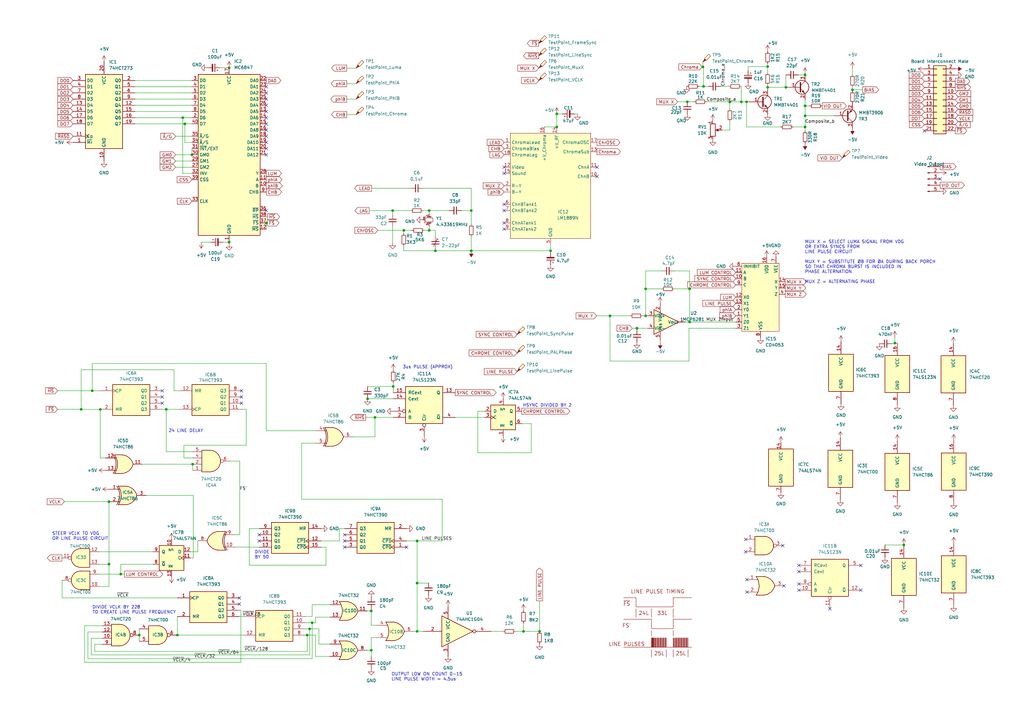
<source format=kicad_sch>
(kicad_sch (version 20230121) (generator eeschema)
  (paper "A3")
  (title_block (title "Dragon PAL Video Board") (date "2023-05-26") (rev "1.0") (company "Created by Julian Brown"))
  (junction (at 75.819 50.8))
  (junction (at 299.339 41.783))
  (junction (at 44.6828 205.74))
  (junction (at 178.562 102.87))
  (junction (at 228.346 52.07))
  (junction (at 370.713 223.52))
  (junction (at 171.069 258.953))
  (junction (at 152.273 266.7))
  (junction (at 225.806 102.87))
  (junction (at 78.74 63.5))
  (junction (at 221.2997 258.9606))
  (junction (at 128.016 255.397))
  (junction (at 44.704 231.394))
  (junction (at 304.038 41.783))
  (junction (at 314.833 35.814))
  (junction (at 306.197 41.783))
  (junction (at 314.833 27.2962))
  (junction (at 161.29 158.496))
  (junction (at 127 257.937))
  (junction (at 165.608 94.488))
  (junction (at 57.15 260.477))
  (junction (at 367.03 140.716))
  (junction (at 49.53 235.4759))
  (junction (at 153.797 171.196))
  (junction (at 152.273 250.571))
  (junction (at 125.984 260.477))
  (junction (at 33.274 167.894))
  (junction (at 37.7999 160.274))
  (junction (at 322.326 35.814))
  (junction (at 261.239 134.62))
  (junction (at 288.29 27.432))
  (junction (at 150.749 163.576))
  (junction (at 68.199 167.894))
  (junction (at 288.544 35.433))
  (junction (at 281.9045 41.74))
  (junction (at 161.036 86.36))
  (junction (at 282.829 132.08))
  (junction (at 264.795 118.491))
  (junction (at 93.98 99.314))
  (junction (at 228.346 46.736))
  (junction (at 171.069 239.141))
  (junction (at 176.022 86.36))
  (junction (at 72.771 260.477))
  (junction (at 250.19 129.54))
  (junction (at 109.22 91.44))
  (junction (at 171.069 221.869))
  (junction (at 330.2 30.734))
  (junction (at 330.2 43.434))
  (junction (at 41.148 167.9332))
  (junction (at 330.2 52.07))
  (junction (at 349.631 36.83))
  (junction (at 264.795 129.54))
  (junction (at 282.829 118.491))
  (junction (at 93.98 27.813))
  (junction (at 74.93 48.26))
  (junction (at 78.994 190.373))
  (junction (at 214.6982 258.9682))
  (junction (at 193.294 102.87))
  (junction (at 330.2 47.498))
  (junction (at 193.294 86.36))
  (junction (at 176.022 94.488))
  (no_connect (at 109.22 55.88))
  (no_connect (at 306.324 242.824))
  (no_connect (at 244.856 68.58))
  (no_connect (at 109.22 53.34))
  (no_connect (at 109.22 50.8))
  (no_connect (at 305.816 221.234))
  (no_connect (at 244.856 72.39))
  (no_connect (at 141.351 219.329))
  (no_connect (at 321.056 223.774))
  (no_connect (at 327.66 242.062))
  (no_connect (at 305.816 226.314))
  (no_connect (at 99.06 160.274))
  (no_connect (at 141.351 221.869))
  (no_connect (at 306.324 237.744))
  (no_connect (at 327.66 239.522))
  (no_connect (at 206.756 91.44))
  (no_connect (at 321.564 240.284))
  (no_connect (at 99.06 165.354))
  (no_connect (at 109.22 45.72))
  (no_connect (at 109.22 38.1))
  (no_connect (at 99.06 162.814))
  (no_connect (at 109.22 63.5))
  (no_connect (at 206.756 71.12))
  (no_connect (at 66.548 162.814))
  (no_connect (at 106.299 219.329))
  (no_connect (at 327.66 234.442))
  (no_connect (at 206.756 86.36))
  (no_connect (at 327.66 231.902))
  (no_connect (at 379.1204 53.6448))
  (no_connect (at 66.548 165.354))
  (no_connect (at 353.06 231.902))
  (no_connect (at 98.171 247.777))
  (no_connect (at 206.756 83.82))
  (no_connect (at 109.22 60.96))
  (no_connect (at 109.22 43.18))
  (no_connect (at 98.171 245.237))
  (no_connect (at 109.22 35.56))
  (no_connect (at 385.572 73.406))
  (no_connect (at 353.06 242.062))
  (no_connect (at 166.751 224.409))
  (no_connect (at 206.756 68.58))
  (no_connect (at 340.36 249.682))
  (no_connect (at 109.22 40.64))
  (no_connect (at 109.22 58.42))
  (no_connect (at 141.351 224.409))
  (no_connect (at 109.22 48.26))
  (no_connect (at 106.299 221.869))
  (no_connect (at 206.756 93.98))
  (no_connect (at 109.22 86.36))
  (no_connect (at 66.548 160.274))
  (wire (pts (xy 289.7785 41.74) (xy 299.339 41.783)))
  (wire (pts (xy 161.036 92.964) (xy 161.0419 99.5381)))
  (wire (pts (xy 142.24 27.94) (xy 146.05 27.94)))
  (wire (pts (xy 150.622 250.571) (xy 152.273 250.571)))
  (wire (pts (xy 71.374 160.274) (xy 71.374 151.638)))
  (wire (pts (xy 217.932 185.674) (xy 217.932 173.736)))
  (wire (pts (xy 129.413 269.24) (xy 135.255 269.24)))
  (wire (pts (xy 330.2 52.07) (xy 330.2 47.498)))
  (wire (pts (xy 288.544 27.432) (xy 288.544 35.433)))
  (wire (pts (xy 304.038 35.433) (xy 304.038 41.783)))
  (wire (pts (xy 55.372 38.1) (xy 78.74 38.1)))
  (wire (pts (xy 277.9184 41.74) (xy 281.9045 41.74)))
  (wire (pts (xy 161.036 86.36) (xy 161.036 87.884)))
  (wire (pts (xy 49.53 231.394) (xy 62.738 231.394)))
  (wire (pts (xy 41.148 167.9332) (xy 41.148 167.894)))
  (wire (pts (xy 264.795 129.54) (xy 265.684 129.54)))
  (wire (pts (xy 178.562 94.488) (xy 176.022 94.488)))
  (wire (pts (xy 25.4573 238.0159) (xy 25.4573 245.237)))
  (wire (pts (xy 38.862 267.208) (xy 38.862 264.287)))
  (wire (pts (xy 109.22 149.098) (xy 109.22 176.657)))
  (wire (pts (xy 171.069 258.953) (xy 169.672 258.953)))
  (wire (pts (xy 325.247 52.07) (xy 330.2 52.07)))
  (wire (pts (xy 264.795 118.491) (xy 264.795 129.54)))
  (wire (pts (xy 93.98 27.813) (xy 93.98 27.94)))
  (wire (pts (xy 109.22 91.44) (xy 109.728 91.44)))
  (wire (pts (xy 301.752 134.62) (xy 282.575 134.62)))
  (wire (pts (xy 128.016 248.031) (xy 135.382 248.031)))
  (wire (pts (xy 55.372 48.26) (xy 74.93 48.26)))
  (wire (pts (xy 314.833 26.162) (xy 314.833 27.2962)))
  (wire (pts (xy 72.771 260.477) (xy 99.822 260.477)))
  (wire (pts (xy 330.2 43.434) (xy 330.2 40.894)))
  (wire (pts (xy 44.6828 205.74) (xy 44.704 205.74)))
  (wire (pts (xy 299.339 41.783) (xy 304.038 41.783)))
  (wire (pts (xy 102.2604 216.789) (xy 106.299 216.789)))
  (wire (pts (xy 98.806 250.317) (xy 98.171 250.317)))
  (wire (pts (xy 37.7999 160.274) (xy 37.7999 149.098)))
  (wire (pts (xy 282.829 111.125) (xy 276.479 111.125)))
  (wire (pts (xy 282.575 148.082) (xy 250.19 148.082)))
  (wire (pts (xy 99.822 252.857) (xy 98.171 252.857)))
  (wire (pts (xy 153.797 171.196) (xy 153.797 179.197)))
  (wire (pts (xy 37.7999 160.274) (xy 41.148 160.274)))
  (wire (pts (xy 367.03 140.716) (xy 368.046 140.716)))
  (wire (pts (xy 282.829 118.491) (xy 282.829 111.125)))
  (wire (pts (xy 161.036 86.36) (xy 168.402 86.36)))
  (wire (pts (xy 144.653 179.197) (xy 153.797 179.197)))
  (wire (pts (xy 109.22 176.657) (xy 129.413 176.657)))
  (wire (pts (xy 75.819 58.42) (xy 75.819 50.8)))
  (wire (pts (xy 75.819 50.8) (xy 78.74 50.8)))
  (wire (pts (xy 100.965 182.626) (xy 75.438 182.626)))
  (wire (pts (xy 125.984 267.208) (xy 38.862 267.208)))
  (wire (pts (xy 125.222 252.857) (xy 128.016 252.857)))
  (wire (pts (xy 198.755 171.196) (xy 186.69 171.196)))
  (wire (pts (xy 195.961 168.656) (xy 198.755 168.656)))
  (wire (pts (xy 349.631 37.338) (xy 349.631 36.83)))
  (wire (pts (xy 176.022 86.36) (xy 184.15 86.36)))
  (wire (pts (xy 165.608 94.488) (xy 165.608 95.758)))
  (wire (pts (xy 128.016 255.397) (xy 128.016 270.129)))
  (wire (pts (xy 49.53 235.4759) (xy 40.6973 235.4759)))
  (wire (pts (xy 362.966 223.52) (xy 370.713 223.52)))
  (wire (pts (xy 72.009 68.58) (xy 78.74 68.58)))
  (wire (pts (xy 72.771 252.857) (xy 72.771 260.477)))
  (wire (pts (xy 33.274 167.9332) (xy 41.148 167.9332)))
  (wire (pts (xy 250.19 148.082) (xy 250.19 129.54)))
  (wire (pts (xy 96.3537 219.275) (xy 98.298 219.329)))
  (wire (pts (xy 74.93 48.26) (xy 78.74 48.26)))
  (wire (pts (xy 125.984 260.477) (xy 125.222 260.477)))
  (wire (pts (xy 225.806 100.33) (xy 225.806 102.87)))
  (wire (pts (xy 214.6982 258.9682) (xy 211.4501 258.953)))
  (wire (pts (xy 131.699 224.409) (xy 133.7056 224.409)))
  (wire (pts (xy 49.53 231.394) (xy 49.53 235.4759)))
  (wire (pts (xy 51.036 235.4759) (xy 49.53 235.4759)))
  (wire (pts (xy 195.961 168.656) (xy 195.961 185.674)))
  (wire (pts (xy 123.698 204.724) (xy 181.356 204.724)))
  (wire (pts (xy 93.98 100.076) (xy 93.98 99.314)))
  (wire (pts (xy 142.24 34.29) (xy 146.05 34.29)))
  (wire (pts (xy 330.2 47.498) (xy 342.011 47.498)))
  (wire (pts (xy 349.631 36.83) (xy 353.822 36.83)))
  (wire (pts (xy 150.749 163.576) (xy 161.29 163.576)))
  (wire (pts (xy 55.372 43.18) (xy 78.74 43.18)))
  (wire (pts (xy 152.273 261.493) (xy 154.432 261.493)))
  (wire (pts (xy 139.192 216.789) (xy 141.351 216.789)))
  (wire (pts (xy 228.346 52.07) (xy 223.266 52.07)))
  (wire (pts (xy 36.068 259.207) (xy 41.91 259.207)))
  (wire (pts (xy 74.93 71.12) (xy 74.93 48.26)))
  (wire (pts (xy 306.832 27.2962) (xy 314.833 27.2962)))
  (wire (pts (xy 86.36 99.314) (xy 82.55 99.314)))
  (wire (pts (xy 165.608 102.87) (xy 178.562 102.87)))
  (wire (pts (xy 40.64 226.314) (xy 62.738 226.314)))
  (wire (pts (xy 261.239 134.62) (xy 265.684 134.62)))
  (wire (pts (xy 230.632 46.736) (xy 228.346 46.736)))
  (wire (pts (xy 127 257.937) (xy 130.81 257.937)))
  (wire (pts (xy 221.2997 258.9606) (xy 214.6982 258.9682)))
  (wire (pts (xy 284.6985 41.74) (xy 281.9045 41.74)))
  (wire (pts (xy 152.273 249.936) (xy 152.273 250.571)))
  (wire (pts (xy 131.699 221.869) (xy 139.192 221.869)))
  (wire (pts (xy 90.17 27.813) (xy 93.98 27.813)))
  (wire (pts (xy 306.197 41.783) (xy 307.213 41.783)))
  (wire (pts (xy 322.326 35.814) (xy 322.58 35.814)))
  (wire (pts (xy 193.294 77.216) (xy 193.294 86.36)))
  (wire (pts (xy 176.022 92.71) (xy 176.022 94.488)))
  (wire (pts (xy 109.22 91.44) (xy 109.22 93.98)))
  (wire (pts (xy 314.833 34.925) (xy 314.833 35.814)))
  (wire (pts (xy 123.698 181.737) (xy 123.698 204.724)))
  (wire (pts (xy 314.833 27.2962) (xy 314.833 29.845)))
  (wire (pts (xy 178.562 102.108) (xy 178.562 102.87)))
  (wire (pts (xy 166.751 221.869) (xy 171.069 221.869)))
  (wire (pts (xy 151.384 86.36) (xy 161.036 86.36)))
  (wire (pts (xy 142.24 40.64) (xy 146.05 40.64)))
  (wire (pts (xy 330.2 30.353) (xy 330.2 30.734)))
  (wire (pts (xy 225.806 102.87) (xy 225.806 103.632)))
  (wire (pts (xy 261.239 135.255) (xy 261.239 134.62)))
  (wire (pts (xy 228.346 46.736) (xy 228.346 52.07)))
  (wire (pts (xy 288.544 35.433) (xy 290.449 35.433)))
  (wire (pts (xy 259.334 134.62) (xy 261.239 134.62)))
  (wire (pts (xy 72.39 260.477) (xy 72.771 260.477)))
  (wire (pts (xy 152.273 256.413) (xy 154.432 256.413)))
  (wire (pts (xy 37.465 268.605) (xy 37.465 261.747)))
  (wire (pts (xy 367.03 138.43) (xy 367.03 140.716)))
  (wire (pts (xy 34.671 271.653) (xy 34.671 256.667)))
  (wire (pts (xy 153.797 171.196) (xy 161.29 171.196)))
  (wire (pts (xy 72.009 63.5) (xy 78.74 63.5)))
  (wire (pts (xy 73.66 160.274) (xy 71.374 160.274)))
  (wire (pts (xy 264.795 111.125) (xy 271.399 111.125)))
  (wire (pts (xy 98.806 271.653) (xy 34.671 271.653)))
  (wire (pts (xy 93.98 99.314) (xy 93.98 99.06)))
  (wire (pts (xy 129.413 181.737) (xy 123.698 181.737)))
  (wire (pts (xy 173.609 258.953) (xy 171.069 258.953)))
  (wire (pts (xy 25.4573 245.237) (xy 72.771 245.237)))
  (wire (pts (xy 29.8316 167.894) (xy 23.622 167.8917)))
  (wire (pts (xy 235.712 46.736) (xy 236.855 46.736)))
  (wire (pts (xy 282.829 132.08) (xy 301.752 132.08)))
  (wire (pts (xy 130.81 264.16) (xy 135.255 264.16)))
  (wire (pts (xy 81.1137 226.314) (xy 81.1137 221.815)))
  (wire (pts (xy 171.069 221.869) (xy 171.069 239.141)))
  (wire (pts (xy 125.984 260.477) (xy 129.413 260.477)))
  (wire (pts (xy 129.413 260.477) (xy 129.413 269.24)))
  (wire (pts (xy 367.03 140.97) (xy 367.03 140.716)))
  (wire (pts (xy 370.713 223.52) (xy 370.713 223.901)))
  (wire (pts (xy 276.479 118.491) (xy 282.829 118.491)))
  (wire (pts (xy 38.862 264.287) (xy 41.91 264.287)))
  (wire (pts (xy 365.76 140.97) (xy 367.03 140.97)))
  (wire (pts (xy 44.704 231.394) (xy 40.64 231.394)))
  (wire (pts (xy 36.068 270.129) (xy 36.068 259.207)))
  (wire (pts (xy 264.795 118.491) (xy 264.795 111.125)))
  (wire (pts (xy 142.24 46.99) (xy 146.05 46.99)))
  (wire (pts (xy 299.339 41.783) (xy 299.339 44.704)))
  (wire (pts (xy 125.984 260.477) (xy 125.984 267.208)))
  (wire (pts (xy 217.932 173.736) (xy 213.995 173.736)))
  (wire (pts (xy 55.372 45.72) (xy 78.74 45.72)))
  (wire (pts (xy 78.994 185.293) (xy 68.199 185.293)))
  (wire (pts (xy 78.74 60.96) (xy 78.74 63.5)))
  (wire (pts (xy 165.608 94.488) (xy 168.91 94.488)))
  (wire (pts (xy 150.749 158.496) (xy 161.29 158.496)))
  (wire (pts (xy 189.23 86.36) (xy 193.294 86.36)))
  (wire (pts (xy 133.7056 231.8004) (xy 102.2604 231.8004)))
  (wire (pts (xy 23.622 160.274) (xy 37.7999 160.274)))
  (wire (pts (xy 41.148 187.833) (xy 41.148 167.9332)))
  (wire (pts (xy 193.294 97.028) (xy 193.294 102.87)))
  (wire (pts (xy 139.192 221.869) (xy 139.192 216.789)))
  (wire (pts (xy 250.19 129.54) (xy 258.445 129.54)))
  (wire (pts (xy 152.273 266.7) (xy 152.273 261.493)))
  (wire (pts (xy 78.994 192.913) (xy 78.994 190.373)))
  (wire (pts (xy 214.6982 255.5392) (xy 214.6982 258.9682)))
  (wire (pts (xy 77.978 226.314) (xy 81.1137 226.314)))
  (wire (pts (xy 332.105 43.434) (xy 330.2 43.434)))
  (wire (pts (xy 150.495 266.7) (xy 152.273 266.7)))
  (wire (pts (xy 55.372 35.56) (xy 78.74 35.56)))
  (wire (pts (xy 91.44 99.314) (xy 93.98 99.314)))
  (wire (pts (xy 55.372 33.02) (xy 78.74 33.02)))
  (wire (pts (xy 33.274 167.894) (xy 29.8316 167.894)))
  (wire (pts (xy 125.222 255.397) (xy 128.016 255.397)))
  (wire (pts (xy 40.6973 240.5559) (xy 44.704 240.5559)))
  (wire (pts (xy 152.4 77.216) (xy 168.402 77.216)))
  (wire (pts (xy 161.29 158.496) (xy 161.29 161.036)))
  (wire (pts (xy 282.575 134.62) (xy 282.575 148.082)))
  (wire (pts (xy 330.2 53.721) (xy 330.2 52.07)))
  (wire (pts (xy 349.631 35.687) (xy 349.631 36.83)))
  (wire (pts (xy 55.372 50.8) (xy 75.819 50.8)))
  (wire (pts (xy 72.009 55.88) (xy 78.74 55.88)))
  (wire (pts (xy 33.274 151.638) (xy 33.274 167.894)))
  (wire (pts (xy 154.94 94.488) (xy 165.608 94.488)))
  (wire (pts (xy 178.562 102.87) (xy 193.294 102.87)))
  (wire (pts (xy 206.3701 258.953) (xy 201.549 258.953)))
  (wire (pts (xy 171.069 239.141) (xy 175.768 239.141)))
  (wire (pts (xy 306.197 41.783) (xy 306.197 52.07)))
  (wire (pts (xy 165.608 100.838) (xy 165.608 102.87)))
  (wire (pts (xy 282.829 132.08) (xy 282.829 118.491)))
  (wire (pts (xy 98.298 189.103) (xy 94.234 189.103)))
  (wire (pts (xy 75.438 187.833) (xy 78.994 187.833)))
  (wire (pts (xy 133.7056 224.409) (xy 133.7056 231.8004)))
  (wire (pts (xy 128.016 252.857) (xy 128.016 248.031)))
  (wire (pts (xy 99.06 167.894) (xy 100.965 167.894)))
  (wire (pts (xy 304.038 41.783) (xy 306.197 41.783)))
  (wire (pts (xy 57.15 263.017) (xy 57.15 260.477)))
  (wire (pts (xy 221.2997 247.7846) (xy 221.2843 246.4476)))
  (wire (pts (xy 96.3537 224.355) (xy 106.299 224.409)))
  (wire (pts (xy 78.74 71.12) (xy 74.93 71.12)))
  (wire (pts (xy 98.806 250.317) (xy 98.806 271.653)))
  (wire (pts (xy 286.766 35.433) (xy 288.544 35.433)))
  (wire (pts (xy 34.671 256.667) (xy 41.91 256.667)))
  (wire (pts (xy 41.148 187.833) (xy 43.18 187.833)))
  (wire (pts (xy 299.339 53.34) (xy 296.164 53.34)))
  (wire (pts (xy 280.924 132.08) (xy 282.829 132.08)))
  (wire (pts (xy 327.406 30.734) (xy 330.2 30.734)))
  (wire (pts (xy 173.482 86.36) (xy 176.022 86.36)))
  (wire (pts (xy 270.764 140.462) (xy 270.764 139.7)))
  (wire (pts (xy 176.022 86.36) (xy 176.022 87.63)))
  (wire (pts (xy 33.274 167.9332) (xy 33.274 167.894)))
  (wire (pts (xy 178.562 97.028) (xy 178.562 94.488)))
  (wire (pts (xy 55.372 40.64) (xy 78.74 40.64)))
  (wire (pts (xy 129.413 253.111) (xy 129.413 255.397)))
  (wire (pts (xy 44.704 205.74) (xy 44.704 231.394)))
  (wire (pts (xy 127 268.605) (xy 37.465 268.605)))
  (wire (pts (xy 349.631 28.0203) (xy 349.631 30.607)))
  (wire (pts (xy 57.15 257.937) (xy 57.15 260.477)))
  (wire (pts (xy 322.326 30.734) (xy 322.326 35.814)))
  (wire (pts (xy 127 257.937) (xy 127 268.605)))
  (wire (pts (xy 78.74 58.42) (xy 75.819 58.42)))
  (wire (pts (xy 264.795 118.491) (xy 271.399 118.491)))
  (wire (pts (xy 314.833 35.814) (xy 322.326 35.814)))
  (wire (pts (xy 72.009 66.04) (xy 78.74 66.04)))
  (wire (pts (xy 161.29 156.972) (xy 161.29 158.496)))
  (wire (pts (xy 181.356 221.869) (xy 171.069 221.869)))
  (wire (pts (xy 128.016 255.397) (xy 129.413 255.397)))
  (wire (pts (xy 37.465 261.747) (xy 41.91 261.747)))
  (wire (pts (xy 102.2604 216.789) (xy 102.2604 231.8004)))
  (wire (pts (xy 71.374 151.638) (xy 33.274 151.638)))
  (wire (pts (xy 26.416 205.74) (xy 44.6828 205.74)))
  (wire (pts (xy 299.339 49.784) (xy 299.339 53.34)))
  (wire (pts (xy 193.294 86.36) (xy 193.294 91.948)))
  (wire (pts (xy 221.2997 258.9606) (xy 221.2997 247.7846)))
  (wire (pts (xy 195.961 185.674) (xy 217.932 185.674)))
  (wire (pts (xy 100.965 167.894) (xy 100.965 182.626)))
  (wire (pts (xy 58.42 190.373) (xy 78.994 190.373)))
  (wire (pts (xy 75.438 182.626) (xy 75.438 187.833)))
  (wire (pts (xy 152.273 269.24) (xy 152.273 266.7)))
  (wire (pts (xy 244.729 129.54) (xy 250.19 129.54)))
  (wire (pts (xy 152.273 250.571) (xy 152.273 256.413)))
  (wire (pts (xy 128.016 270.129) (xy 36.068 270.129)))
  (wire (pts (xy 68.199 185.293) (xy 68.199 167.894)))
  (wire (pts (xy 173.482 77.216) (xy 193.294 77.216)))
  (wire (pts (xy 109.728 88.9) (xy 109.22 88.9)))
  (wire (pts (xy 125.222 257.937) (xy 127 257.937)))
  (wire (pts (xy 288.29 27.432) (xy 288.544 27.432)))
  (wire (pts (xy 263.525 129.54) (xy 264.795 129.54)))
  (wire (pts (xy 314.833 35.814) (xy 314.833 36.703)))
  (wire (pts (xy 37.7999 149.098) (xy 109.22 149.098)))
  (wire (pts (xy 330.2 47.498) (xy 330.2 43.434)))
  (wire (pts (xy 44.704 240.5559) (xy 44.704 231.394)))
  (wire (pts (xy 79.248 203.2) (xy 59.9228 203.2)))
  (wire (pts (xy 68.199 167.894) (xy 66.548 167.894)))
  (wire (pts (xy 181.356 204.724) (xy 181.356 221.869)))
  (wire (pts (xy 173.99 94.488) (xy 176.022 94.488)))
  (wire (pts (xy 288.036 27.432) (xy 288.29 27.432)))
  (wire (pts (xy 171.069 258.953) (xy 171.069 239.141)))
  (wire (pts (xy 288.29 27.432) (xy 288.29 25.4)))
  (wire (pts (xy 298.958 35.433) (xy 295.529 35.433)))
  (wire (pts (xy 73.66 167.894) (xy 68.199 167.894)))
  (wire (pts (xy 77.978 228.854) (xy 79.248 228.854)))
  (wire (pts (xy 149.987 171.196) (xy 153.797 171.196)))
  (wire (pts (xy 98.298 219.329) (xy 98.298 189.103)))
  (wire (pts (xy 130.81 257.937) (xy 130.81 264.16)))
  (wire (pts (xy 193.294 102.87) (xy 225.806 102.87)))
  (wire (pts (xy 306.197 52.07) (xy 320.167 52.07)))
  (wire (pts (xy 79.248 228.854) (xy 79.248 203.2)))
  (wire (pts (xy 306.832 28.956) (xy 306.832 27.2962)))
  (wire (pts (xy 129.413 253.111) (xy 135.382 253.111)))
  (text "24 LINE DELAY" (at 69.088 177.546 0) (effects (font (size 1.27 1.27)) (justify left bottom)))
  (text "MUX X = SELECT LUMA SIGNAL FROM VDG\nOR EXTRA SYNCS FROM\nLINE PULSE CIRCUIT\n\nMUX Y = SUBSTITUTE ØB FOR ØA DURING BACK PORCH\nSO THAT CHROMA BURST IS INCLUDED IN\nPHASE ALTERNATION\n\nMUX Z = ALTERNATING PHASE" (at 330.0984 116.4336 0) (effects (font (size 1.27 1.27)) (justify left bottom)))
  (text "3us PULSE (APPROX)" (at 165.1 151.384 0) (effects (font (size 1.27 1.27)) (justify left bottom)))
  (text "HSYNC DIVIDED BY 2" (at 214.376 167.132 0) (effects (font (size 1.27 1.27)) (justify left bottom)))
  (text "DIVIDE\nBY 50" (at 104.394 229.362 0) (effects (font (size 1.27 1.27)) (justify left bottom)))
  (text "DIVIDE VCLK BY 228\nTO CREATE LINE PULSE FREQUENCY" (at 37.846 251.968 0) (effects (font (size 1.27 1.27)) (justify left bottom)))
  (text "STEER VCLK TO VDG\nOR LINE PULSE CIRCUIT" (at 21.336 221.742 0) (effects (font (size 1.27 1.27)) (justify left bottom)))
  (text "OUTPUT LOW ON COUNT 0-15\nLINE PULSE WIDTH = 4.5us" (at 160.528 279.4 0) (effects (font (size 1.27 1.27)) (justify left bottom)))
  (label "MUX Zinput" (at 289.56 132.08 0))
  (label "LINE PULSES" (at 172.9031 221.869 0))
  (label "~{VCLK}{slash}8" (at 99.4494 252.857 0))
  (label "~{VCLK}{slash}4" (at 70.84 271.653 0))
  (label "~{VCLK}" (at 47.9891 245.237 0))
  (label "~{VCLK}{slash}128" (at 100.1948 267.208 0))
  (label "Composite_b" (at 330.2 50.8 0))
  (label "Chroma_a" (at 297.5702 35.433 90))
  (label "Composite_a" (at 289.7785 41.74 0))
  (label "FS'" (at 98.298 201.3675 0))
  (label "~{VCLK}{slash}32" (at 79.6483 270.129 0))
  (label "~{VCLK}{slash}64" (at 89.44 268.605 0))
  (global_label "VID OUT" (shape input) (at 345.44 64.77 180) (property "Intersheetrefs" "${INTERSHEET_REFS}" (effects hide)))
  (global_label "GM2" (shape input) (at 391.8204 38.4048 0) (property "Intersheetrefs" "${INTERSHEET_REFS}" (effects hide)))
  (global_label "GM0" (shape input) (at 72.009 63.5 180) (property "Intersheetrefs" "${INTERSHEET_REFS}" (effects hide)))
  (global_label "DO5" (shape input) (at 379.1204 43.4848 180) (property "Intersheetrefs" "${INTERSHEET_REFS}" (effects hide)))
  (global_label "DO2" (shape input) (at 29.972 38.1 180) (property "Intersheetrefs" "${INTERSHEET_REFS}" (effects hide)))
  (global_label "ChrOSC" (shape input) (at 154.94 94.488 180) (property "Intersheetrefs" "${INTERSHEET_REFS}" (effects hide)))
  (global_label "SYNC CONTROL" (shape input) (at 301.752 114.3 180) (property "Intersheetrefs" "${INTERSHEET_REFS}" (effects hide)))
  (global_label "VCLK" (shape input) (at 26.416 205.74 180) (property "Intersheetrefs" "${INTERSHEET_REFS}" (effects hide)))
  (global_label "DO4" (shape input) (at 29.972 43.18 180) (property "Intersheetrefs" "${INTERSHEET_REFS}" (effects hide)))
  (global_label "CSS" (shape input) (at 78.74 73.66 180) (property "Intersheetrefs" "${INTERSHEET_REFS}" (effects hide)))
  (global_label "DO4" (shape input) (at 379.1204 40.9448 180) (property "Intersheetrefs" "${INTERSHEET_REFS}" (effects hide)))
  (global_label "CHB" (shape input) (at 259.334 134.62 180) (property "Intersheetrefs" "${INTERSHEET_REFS}" (effects hide)))
  (global_label "DO1" (shape input) (at 379.1204 33.3248 180) (property "Intersheetrefs" "${INTERSHEET_REFS}" (effects hide)))
  (global_label "Chroma" (shape output) (at 244.856 62.23 0) (property "Intersheetrefs" "${INTERSHEET_REFS}" (effects hide)))
  (global_label "Chroma" (shape input) (at 288.036 27.432 180) (property "Intersheetrefs" "${INTERSHEET_REFS}" (effects hide)))
  (global_label "DO3" (shape input) (at 29.972 40.64 180) (property "Intersheetrefs" "${INTERSHEET_REFS}" (effects hide)))
  (global_label "MUX Y" (shape input) (at 244.729 129.54 180) (property "Intersheetrefs" "${INTERSHEET_REFS}" (effects hide)))
  (global_label "DO6" (shape input) (at 29.972 48.26 180) (property "Intersheetrefs" "${INTERSHEET_REFS}" (effects hide)))
  (global_label "DA0" (shape output) (at 391.8204 33.3248 0) (property "Intersheetrefs" "${INTERSHEET_REFS}" (effects hide)))
  (global_label "GM2" (shape input) (at 72.009 68.58 180) (property "Intersheetrefs" "${INTERSHEET_REFS}" (effects hide)))
  (global_label "~{A}{slash}G" (shape input) (at 391.8204 51.1048 0) (property "Intersheetrefs" "${INTERSHEET_REFS}" (effects hide)))
  (global_label "LEAD" (shape input) (at 206.756 58.42 180) (property "Intersheetrefs" "${INTERSHEET_REFS}" (effects hide)))
  (global_label "LUM CONTROL" (shape output) (at 51.036 235.4759 0) (property "Intersheetrefs" "${INTERSHEET_REFS}" (effects hide)))
  (global_label "GM1" (shape input) (at 391.8204 40.9448 0) (property "Intersheetrefs" "${INTERSHEET_REFS}" (effects hide)))
  (global_label "LUM" (shape output) (at 142.24 27.94 180) (property "Intersheetrefs" "${INTERSHEET_REFS}" (effects hide)))
  (global_label "phiA" (shape output) (at 142.24 34.29 180) (property "Intersheetrefs" "${INTERSHEET_REFS}" (effects hide)))
  (global_label "DO0" (shape input) (at 29.972 33.02 180) (property "Intersheetrefs" "${INTERSHEET_REFS}" (effects hide)))
  (global_label "~{FS}" (shape input) (at 23.622 167.8917 180) (property "Intersheetrefs" "${INTERSHEET_REFS}" (effects hide)))
  (global_label "LUM" (shape input) (at 301.752 121.92 180) (property "Intersheetrefs" "${INTERSHEET_REFS}" (effects hide)))
  (global_label "LINE PULSE" (shape input) (at 212.09 152.4 180) (property "Intersheetrefs" "${INTERSHEET_REFS}" (effects hide)))
  (global_label "DO7" (shape input) (at 29.972 50.8 180) (property "Intersheetrefs" "${INTERSHEET_REFS}" (effects hide)))
  (global_label "DA0" (shape output) (at 109.22 33.02 0) (property "Intersheetrefs" "${INTERSHEET_REFS}" (effects hide)))
  (global_label "phiB" (shape output) (at 142.24 40.64 180) (property "Intersheetrefs" "${INTERSHEET_REFS}" (effects hide)))
  (global_label "VID OUT" (shape output) (at 385.572 75.946 0) (property "Intersheetrefs" "${INTERSHEET_REFS}" (effects hide)))
  (global_label "~{FS}" (shape output) (at 220.98 17.78 180) (property "Intersheetrefs" "${INTERSHEET_REFS}" (effects hide)))
  (global_label "~{A}{slash}G" (shape input) (at 72.009 55.88 180) (property "Intersheetrefs" "${INTERSHEET_REFS}" (effects hide)))
  (global_label "~{HS}" (shape output) (at 109.728 88.9 0) (property "Intersheetrefs" "${INTERSHEET_REFS}" (effects hide)))
  (global_label "VCLK" (shape input) (at 220.98 33.02 180) (property "Intersheetrefs" "${INTERSHEET_REFS}" (effects hide)))
  (global_label "MUX Z" (shape input) (at 206.756 76.2 180) (property "Intersheetrefs" "${INTERSHEET_REFS}" (effects hide)))
  (global_label "CHROME CONTROL" (shape output) (at 213.995 168.656 0) (property "Intersheetrefs" "${INTERSHEET_REFS}" (effects hide)))
  (global_label "DO5" (shape input) (at 29.972 45.72 180) (property "Intersheetrefs" "${INTERSHEET_REFS}" (effects hide)))
  (global_label "phiB" (shape output) (at 109.22 76.2 0) (property "Intersheetrefs" "${INTERSHEET_REFS}" (effects hide)))
  (global_label "DO0" (shape input) (at 379.1204 30.7848 180) (property "Intersheetrefs" "${INTERSHEET_REFS}" (effects hide)))
  (global_label "phiA" (shape input) (at 301.752 127 180) (property "Intersheetrefs" "${INTERSHEET_REFS}" (effects hide)))
  (global_label "CLK" (shape input) (at 78.74 82.55 180) (property "Intersheetrefs" "${INTERSHEET_REFS}" (effects hide)))
  (global_label "CSS" (shape input) (at 379.1204 51.1048 180) (property "Intersheetrefs" "${INTERSHEET_REFS}" (effects hide)))
  (global_label "DO3" (shape input) (at 379.1204 38.4048 180) (property "Intersheetrefs" "${INTERSHEET_REFS}" (effects hide)))
  (global_label "CHROME CONTROL" (shape input) (at 301.752 116.84 180) (property "Intersheetrefs" "${INTERSHEET_REFS}" (effects hide)))
  (global_label "LUM" (shape output) (at 109.22 71.12 0) (property "Intersheetrefs" "${INTERSHEET_REFS}" (effects hide)))
  (global_label "~{RAS0}" (shape input) (at 391.8204 46.0248 0) (property "Intersheetrefs" "${INTERSHEET_REFS}" (effects hide)))
  (global_label "VID OUT" (shape output) (at 337.185 43.434 0) (property "Intersheetrefs" "${INTERSHEET_REFS}" (effects hide)))
  (global_label "MUX X" (shape input) (at 277.9184 41.74 180) (property "Intersheetrefs" "${INTERSHEET_REFS}" (effects hide)))
  (global_label "GM0" (shape input) (at 391.8204 43.4848 0) (property "Intersheetrefs" "${INTERSHEET_REFS}" (effects hide)))
  (global_label "MUX Y" (shape output) (at 322.072 118.11 0) (property "Intersheetrefs" "${INTERSHEET_REFS}" (effects hide)))
  (global_label "CHROME CONTROL" (shape input) (at 212.09 144.78 180) (property "Intersheetrefs" "${INTERSHEET_REFS}" (effects hide)))
  (global_label "DO6" (shape input) (at 379.1204 46.0248 180) (property "Intersheetrefs" "${INTERSHEET_REFS}" (effects hide)))
  (global_label "~{NHS}" (shape output) (at 220.98 22.86 180) (property "Intersheetrefs" "${INTERSHEET_REFS}" (effects hide)))
  (global_label "~{FS}" (shape output) (at 109.728 91.44 0) (property "Intersheetrefs" "${INTERSHEET_REFS}" (effects hide)))
  (global_label "DO2" (shape input) (at 379.1204 35.8648 180) (property "Intersheetrefs" "${INTERSHEET_REFS}" (effects hide)))
  (global_label "LAG" (shape output) (at 151.384 86.36 180) (property "Intersheetrefs" "${INTERSHEET_REFS}" (effects hide)))
  (global_label "DO1" (shape input) (at 29.972 35.56 180) (property "Intersheetrefs" "${INTERSHEET_REFS}" (effects hide)))
  (global_label "SYNC CONTROL" (shape input) (at 212.09 137.16 180) (property "Intersheetrefs" "${INTERSHEET_REFS}" (effects hide)))
  (global_label "MUX X" (shape output) (at 322.072 115.57 0) (property "Intersheetrefs" "${INTERSHEET_REFS}" (effects hide)))
  (global_label "BIAS" (shape output) (at 353.822 36.83 0) (property "Intersheetrefs" "${INTERSHEET_REFS}" (effects hide)))
  (global_label "CHB" (shape input) (at 206.756 60.96 180) (property "Intersheetrefs" "${INTERSHEET_REFS}" (effects hide)))
  (global_label "~{NHS}" (shape output) (at 391.8204 35.8648 0) (property "Intersheetrefs" "${INTERSHEET_REFS}" (effects hide)))
  (global_label "~{FS}" (shape output) (at 391.8204 53.6448 0) (property "Intersheetrefs" "${INTERSHEET_REFS}" (effects hide)))
  (global_label "BIAS" (shape output) (at 385.572 68.326 0) (property "Intersheetrefs" "${INTERSHEET_REFS}" (effects hide)))
  (global_label "CHB" (shape output) (at 142.24 46.99 180) (property "Intersheetrefs" "${INTERSHEET_REFS}" (effects hide)))
  (global_label "LINE PULSE" (shape output) (at 221.2843 246.4476 90) (property "Intersheetrefs" "${INTERSHEET_REFS}" (effects hide)))
  (global_label "LUM CONTROL" (shape input) (at 301.752 111.76 180) (property "Intersheetrefs" "${INTERSHEET_REFS}" (effects hide)))
  (global_label "VCLK" (shape input) (at 391.8204 48.5648 0) (property "Intersheetrefs" "${INTERSHEET_REFS}" (effects hide)))
  (global_label "~{RAS0}" (shape input) (at 29.972 55.88 180) (property "Intersheetrefs" "${INTERSHEET_REFS}" (effects hide)))
  (global_label "~{NHS}" (shape output) (at 149.987 171.196 180) (property "Intersheetrefs" "${INTERSHEET_REFS}" (effects hide)))
  (global_label "LINE PULSE" (shape input) (at 301.752 124.46 180) (property "Intersheetrefs" "${INTERSHEET_REFS}" (effects hide)))
  (global_label "LEAD" (shape output) (at 152.4 77.216 180) (property "Intersheetrefs" "${INTERSHEET_REFS}" (effects hide)))
  (global_label "CLK" (shape output) (at 25.4 228.854 180) (property "Intersheetrefs" "${INTERSHEET_REFS}" (effects hide)))
  (global_label "phiA" (shape output) (at 109.22 73.66 0) (property "Intersheetrefs" "${INTERSHEET_REFS}" (effects hide)))
  (global_label "CHB" (shape output) (at 109.22 78.74 0) (property "Intersheetrefs" "${INTERSHEET_REFS}" (effects hide)))
  (global_label "LAG" (shape input) (at 206.756 63.5 180) (property "Intersheetrefs" "${INTERSHEET_REFS}" (effects hide)))
  (global_label "phiB" (shape input) (at 301.752 129.54 180) (property "Intersheetrefs" "${INTERSHEET_REFS}" (effects hide)))
  (global_label "GM1" (shape input) (at 72.009 66.04 180) (property "Intersheetrefs" "${INTERSHEET_REFS}" (effects hide)))
  (global_label "SYNC CONTROL" (shape output) (at 186.69 161.036 0) (property "Intersheetrefs" "${INTERSHEET_REFS}" (effects hide)))
  (global_label "MUX X" (shape input) (at 220.98 27.94 180) (property "Intersheetrefs" "${INTERSHEET_REFS}" (effects hide)))
  (global_label "DO7" (shape input) (at 379.1204 48.5648 180) (property "Intersheetrefs" "${INTERSHEET_REFS}" (effects hide)))
  (global_label "MUX Z" (shape output) (at 322.072 120.65 0) (property "Intersheetrefs" "${INTERSHEET_REFS}" (effects hide)))
  (global_label "ChrOSC" (shape output) (at 244.856 58.42 0) (property "Intersheetrefs" "${INTERSHEET_REFS}" (effects hide)))
  (global_label "phiB" (shape input) (at 206.756 78.74 180) (property "Intersheetrefs" "${INTERSHEET_REFS}" (effects hide)))
  (global_label "~{HS}" (shape input) (at 23.622 160.274 180) (property "Intersheetrefs" "${INTERSHEET_REFS}" (effects hide)))
  (symbol (lib_id "Connector:TestPoint_Probe") (at 146.05 34.29 0) (unit 1)
    (property "Reference" "TP2" (at 149.86 31.4325 0) (effects (justify left)))
    (property "Value" "TestPoint_PhiA" (at 149.86 33.9725 0) (effects (justify left)))
    (property "Footprint" "TestPoint:TestPoint_Pad_D1.0mm" (effects hide))
  )
  (symbol (lib_id "Connector:Conn_01x05_Pin") (at 380.492 73.406 0) (unit 1)
    (property "Reference" "J2" (at 381.127 64.77 0))
    (property "Value" "Video Output" (at 381.127 67.31 0))
    (property "Footprint" "Connector_PinHeader_2.54mm:PinHeader_1x05_P2.54mm_Vertical" (effects hide))
  )
  (symbol (lib_id "power:GND") (at 173.482 90.17 270) (unit 1)
    (property "Reference" "#PWR051" (effects hide))
    (property "Value" "GND" (at 170.18 90.805 90) (effects (justify right)))
  )
  (symbol (lib_id "power:+5V") (at 42.672 25.4 0) (unit 1)
    (property "Reference" "#PWR08" (effects hide))
    (property "Value" "+5V" (at 42.672 20.066 0))
  )
  (symbol (lib_id "power:+5V") (at 320.294 181.61 0) (unit 1)
    (property "Reference" "#PWR0110" (effects hide))
    (property "Value" "+5V" (at 320.294 176.149 0))
  )
  (symbol (lib_id "power:GND") (at 161.0419 99.5381 0) (unit 1)
    (property "Reference" "#PWR07" (effects hide))
    (property "Value" "GND" (at 161.0419 104.6181 0))
  )
  (symbol (lib_id "vdg:MCP6281") (at 273.304 132.08 0) (unit 1)
    (property "Reference" "U2" (at 284.48 128.4321 0))
    (property "Value" "MCP6281" (at 284.48 130.9721 0))
    (property "Footprint" "Package_TO_SOT_SMD:SOT-23-5_HandSoldering" (effects hide))
    (property "Datasheet" "https://ww1.microchip.com/downloads/en/DeviceDoc/20001811F.pdf" (effects hide))
  )
  (symbol (lib_id "power:+5V") (at 173.99 178.816 180) (unit 1)
    (property "Reference" "#PWR016" (effects hide))
    (property "Value" "+5V" (at 173.99 184.023 0))
  )
  (symbol (lib_id "power:GND") (at 161.29 168.656 270) (unit 1)
    (property "Reference" "#PWR014" (effects hide))
    (property "Value" "GND" (at 158.115 168.6559 90) (effects (justify right)))
  )
  (symbol (lib_id "power:+5V") (at 70.358 236.474 180) (unit 1)
    (property "Reference" "#PWR04" (effects hide))
    (property "Value" "+5V" (at 72.136 237.7439 0) (effects (justify right)))
  )
  (symbol (lib_id "power:+5V") (at 391.16 222.885 0) (unit 1)
    (property "Reference" "#PWR060" (effects hide))
    (property "Value" "+5V" (at 391.16 217.678 0))
  )
  (symbol (lib_id "Device:Q_PNP_BEC") (at 347.091 47.498 0) (mirror x) (unit 1)
    (property "Reference" "TR3" (at 352.171 48.768 0) (effects (justify left)))
    (property "Value" "MMBT3906" (at 352.171 46.228 0) (effects (justify left)))
    (property "Footprint" "vdg:SOT-23-3" (effects hide))
    (property "Datasheet" "https://diotec.com/request/datasheet/mmbt3906.pdf" (effects hide))
    (property "DigiKey" "4878-MMBT3906CT-ND" (effects hide))
  )
  (symbol (lib_id "power:+5V") (at 391.16 180.721 0) (unit 1)
    (property "Reference" "#PWR058" (effects hide))
    (property "Value" "+5V" (at 391.16 175.514 0))
  )
  (symbol (lib_id "Device:R_Small") (at 322.707 52.07 270) (unit 1)
    (property "Reference" "R17" (at 322.707 47.879 90))
    (property "Value" "2K7" (at 322.707 50.038 90))
    (property "Footprint" "Resistor_SMD:R_0805_2012Metric_Pad1.20x1.40mm_HandSolder" (effects hide))
    (property "DigiKey" "CF14JT2K70CT-ND" (effects hide))
  )
  (symbol (lib_id "Device:C_Small") (at 170.942 77.216 270) (unit 1)
    (property "Reference" "C6" (at 170.9356 70.866 90))
    (property "Value" "0.1uF" (at 170.9356 73.406 90))
    (property "Footprint" "Capacitor_SMD:C_0805_2012Metric_Pad1.18x1.45mm_HandSolder" (effects hide))
    (property "Datasheet" "https://www.vishay.com/docs/45171/kseries.pdf" (effects hide))
    (property "DigiKey" "BC1101CT-ND" (effects hide))
  )
  (symbol (lib_id "74xx:74LS393") (at 85.471 247.777 0) (unit 1)
    (property "Reference" "IC8" (at 85.471 237.109 0))
    (property "Value" "74HCT393" (at 85.471 239.649 0))
    (property "Footprint" "Package_SO:SOIC-14_3.9x8.7mm_P1.27mm" (effects hide))
    (property "Datasheet" "https://www.ti.com/general/docs/suppproductinfo.tsp?distId=10&gotoUrl=https%3A%2F%2Fwww.ti.com%2Flit%2Fgpn%2Fsn74ls390" (effects hide))
    (property "DigiKey" "296-14556-1-ND" (effects hide))
  )
  (symbol (lib_id "power:GND") (at 93.98 100.076 0) (unit 1)
    (property "Reference" "#PWR021" (effects hide))
    (property "Value" "GND" (at 93.98 104.902 0))
  )
  (symbol (lib_id "power:+5V") (at 330.2 30.353 0) (unit 1)
    (property "Reference" "#PWR041" (effects hide))
    (property "Value" "+5V" (at 330.2 24.765 0))
  )
  (symbol (lib_id "74xx:74LS20") (at 391.033 153.543 0) (unit 3)
    (property "Reference" "IC4" (at 397.51 152.2729 0) (effects (justify left)))
    (property "Value" "74HCT20" (at 397.51 154.8129 0) (effects (justify left)))
    (property "Footprint" "Package_SO:SOIC-14_3.9x8.7mm_P1.27mm" (effects hide))
    (property "Datasheet" "http://www.ti.com/lit/gpn/sn74LS20" (effects hide))
    (property "DigiKey" "296-3670-5-ND" (effects hide))
  )
  (symbol (lib_id "power:GND") (at 391.033 166.243 0) (unit 1)
    (property "Reference" "#PWR057" (effects hide))
    (property "Value" "GND" (at 391.033 171.196 0))
  )
  (symbol (lib_id "power:GND") (at 320.294 201.93 0) (unit 1)
    (property "Reference" "#PWR0112" (effects hide))
    (property "Value" "GND" (at 320.294 206.629 0))
  )
  (symbol (lib_id "Connector:TestPoint_Probe") (at 146.05 46.99 0) (unit 1)
    (property "Reference" "TP4" (at 149.86 44.1325 0) (effects (justify left)))
    (property "Value" "TestPoint_Chroma" (at 149.86 46.6725 0) (effects (justify left)))
    (property "Footprint" "TestPoint:TestPoint_Pad_D1.0mm" (effects hide))
  )
  (symbol (lib_id "Device:R_Small") (at 273.939 118.491 90) (unit 1)
    (property "Reference" "R12" (at 273.939 114.808 90))
    (property "Value" "10K" (at 273.939 116.713 90))
    (property "Footprint" "Resistor_SMD:R_0805_2012Metric_Pad1.20x1.40mm_HandSolder" (effects hide))
    (property "DigiKey" "CF14JT10K0CT-ND" (effects hide))
  )
  (symbol (lib_id "Device:R_Small") (at 314.833 23.622 180) (unit 1)
    (property "Reference" "R15" (at 319.024 23.622 90))
    (property "Value" "1K2" (at 316.865 23.622 90))
    (property "Footprint" "Resistor_SMD:R_0805_2012Metric_Pad1.20x1.40mm_HandSolder" (effects hide))
    (property "DigiKey" "CF14JT1K20CT-ND" (effects hide))
  )
  (symbol (lib_id "74xx:74LS393") (at 391.16 235.585 0) (unit 3)
    (property "Reference" "IC8" (at 398.018 234.3149 0) (effects (justify left)))
    (property "Value" "74HCT393" (at 398.018 236.8549 0) (effects (justify left)))
    (property "Footprint" "Package_SO:SOIC-14_3.9x8.7mm_P1.27mm" (effects hide))
    (property "Datasheet" "https://www.ti.com/general/docs/suppproductinfo.tsp?distId=10&gotoUrl=https%3A%2F%2Fwww.ti.com%2Flit%2Fgpn%2Fsn74ls390" (effects hide))
    (property "DigiKey" "296-14556-1-ND" (effects hide))
  )
  (symbol (lib_id "74xx:74LS393") (at 344.932 152.908 0) (unit 3)
    (property "Reference" "IC6" (at 350.901 151.6379 0) (effects (justify left)))
    (property "Value" "74HCT393" (at 350.901 154.1779 0) (effects (justify left)))
    (property "Footprint" "Package_SO:SOIC-14_3.9x8.7mm_P1.27mm" (effects hide))
    (property "Datasheet" "https://www.ti.com/general/docs/suppproductinfo.tsp?distId=10&gotoUrl=https%3A%2F%2Fwww.ti.com%2Flit%2Fgpn%2Fsn74ls390" (effects hide))
    (property "DigiKey" "296-14556-1-ND" (effects hide))
  )
  (symbol (lib_id "Device:R_Potentiometer") (at 292.354 53.34 0) (unit 1)
    (property "Reference" "RV1" (at 289.941 52.0699 0) (effects (justify right)))
    (property "Value" "10K" (at 289.941 54.6099 0) (effects (justify right)))
    (property "Footprint" "Potentiometer_THT:Potentiometer_Bourns_3386X_Horizontal" (effects hide))
    (property "DigiKey" "3386H-103LF-ND" (effects hide))
  )
  (symbol (lib_id "power:+5V") (at 206.375 178.816 180) (unit 1)
    (property "Reference" "#PWR024" (effects hide))
    (property "Value" "+5V" (at 208.915 180.0859 0) (effects (justify right)))
  )
  (symbol (lib_id "Device:R_Small") (at 193.294 94.488 0) (unit 1)
    (property "Reference" "R5" (at 195.072 93.2179 0) (effects (justify left)))
    (property "Value" "1K" (at 195.072 95.7579 0) (effects (justify left)))
    (property "Footprint" "Resistor_SMD:R_0805_2012Metric_Pad1.20x1.40mm_HandSolder" (effects hide))
    (property "DigiKey" "CF14JT1K00CT-ND" (effects hide))
  )
  (symbol (lib_id "power:+5V") (at 228.346 46.736 0) (unit 1)
    (property "Reference" "#PWR027" (effects hide))
    (property "Value" "+5V" (at 225.2472 45.1612 0))
  )
  (symbol (lib_id "power:-5V") (at 330.2 58.801 180) (unit 1)
    (property "Reference" "#PWR042" (effects hide))
    (property "Value" "-5V" (at 330.2 63.5 0))
  )
  (symbol (lib_id "Device:R_Small") (at 221.2997 261.5006 180) (unit 1)
    (property "Reference" "R8" (at 223.0777 260.2305 0) (effects (justify right)))
    (property "Value" "1K8" (at 223.0777 262.7705 0) (effects (justify right)))
    (property "Footprint" "Resistor_SMD:R_0805_2012Metric_Pad1.20x1.40mm_HandSolder" (effects hide))
    (property "DigiKey" "CF14JT3K30CT-ND" (effects hide))
    (property "alt" "2K7" (effects hide))
  )
  (symbol (lib_id "Device:C_Trim_Small") (at 178.562 99.568 0) (unit 1)
    (property "Reference" "C7" (at 181.102 98.171 0) (effects (justify left)))
    (property "Value" "2-22pF" (at 181.102 100.711 0) (effects (justify left)))
    (property "Footprint" "Dragon:Trimmer_small" (effects hide))
  )
  (symbol (lib_id "power:GND") (at 344.932 165.608 0) (unit 1)
    (property "Reference" "#PWR0113" (effects hide))
    (property "Value" "GND" (at 344.932 170.307 0))
  )
  (symbol (lib_id "74xx:74LS74") (at 70.358 228.854 0) (mirror y) (unit 2)
    (property "Reference" "IC7" (at 70.8786 218.313 0) (effects (justify right)))
    (property "Value" "74ALS74N" (at 70.8786 220.853 0) (effects (justify right)))
    (property "Footprint" "Package_SO:SOIC-14_3.9x8.7mm_P1.27mm" (effects hide))
    (property "Datasheet" "https://www.ti.com/lit/ds/symlink/sn74als74a.pdf" (effects hide))
    (property "DigiKey" "296-1506-5-ND" (effects hide))
    (property "Note" "LS74 no longer produced, ALS or HCT instead" (effects hide))
  )
  (symbol (lib_id "Device:R_Small") (at 287.2385 41.74 90) (unit 1)
    (property "Reference" "R11" (at 287.274 38.1 90))
    (property "Value" "1K" (at 287.274 39.878 90))
    (property "Footprint" "Resistor_SMD:R_0805_2012Metric_Pad1.20x1.40mm_HandSolder" (effects hide))
    (property "DigiKey" "CF14JT1K00CT-ND" (effects hide))
  )
  (symbol (lib_id "Connector:TestPoint_Probe") (at 220.98 33.02 0) (unit 1)
    (property "Reference" "TP13" (at 224.79 30.1625 0) (effects (justify left)))
    (property "Value" "TestPoint_VCLK" (at 224.79 32.7025 0) (effects (justify left)))
    (property "Footprint" "TestPoint:TestPoint_Pad_D1.0mm" (effects hide))
  )
  (symbol (lib_id "power:GND") (at 152.273 244.856 0) (mirror x) (unit 1)
    (property "Reference" "#PWR011" (effects hide))
    (property "Value" "GND" (at 152.273 240.03 0))
  )
  (symbol (lib_id "Connector:TestPoint_Probe") (at 220.98 17.78 0) (unit 1)
    (property "Reference" "TP11" (at 224.79 14.9225 0) (effects (justify left)))
    (property "Value" "TestPoint_FrameSync" (at 224.79 17.4625 0) (effects (justify left)))
    (property "Footprint" "TestPoint:TestPoint_Pad_D1.0mm" (effects hide))
  )
  (symbol (lib_id "74xx:74LS00") (at 33.02 228.854 0) (mirror y) (unit 4)
    (property "Reference" "IC3" (at 33.274 228.6 0))
    (property "Value" "74HCT00" (at 32.766 224.028 0))
    (property "Footprint" "Package_SO:SOIC-14_3.9x8.7mm_P1.27mm" (effects hide))
    (property "Datasheet" "http://www.ti.com/lit/gpn/sn74ls00" (effects hide))
    (property "DigiKey" "296-1626-ND" (effects hide))
  )
  (symbol (lib_id "Dragon32_MKII:LINE_PULSE_DIAGRAM") (at 267.208 242.57 0) (unit 1) (in_bom no) (on_board no)
    (property "Reference" "Z1" (effects hide))
    (property "Value" "LINE_PULSE_DIAGRAM" (effects hide))
    (property "Sim.Enable" "0" (effects hide))
  )
  (symbol (lib_id "power:GND") (at 225.806 108.712 0) (unit 1)
    (property "Reference" "#PWR026" (effects hide))
    (property "Value" "GND" (at 225.806 113.411 0))
  )
  (symbol (lib_id "74xx:74LS00") (at 313.436 223.774 0) (unit 1)
    (property "Reference" "IC3" (at 313.436 215.011 0))
    (property "Value" "74HCT00" (at 313.436 217.551 0))
    (property "Footprint" "Package_SO:SOIC-14_3.9x8.7mm_P1.27mm" (effects hide))
    (property "Datasheet" "http://www.ti.com/lit/gpn/sn74ls00" (effects hide))
    (property "DigiKey" "296-1626-ND" (effects hide))
  )
  (symbol (lib_id "74xx:74LS32") (at 143.002 250.571 0) (unit 4)
    (property "Reference" "IC10" (at 143.51 250.444 0))
    (property "Value" "74HCT32" (at 143.002 244.221 0))
    (property "Footprint" "Package_SO:SOIC-14_3.9x8.7mm_P1.27mm" (effects hide))
    (property "Datasheet" "http://www.ti.com/lit/gpn/sn74LS32" (effects hide))
    (property "DigiKey" "296-1658-5-ND" (effects hide))
  )
  (symbol (lib_id "74xx:74LS20") (at 49.53 260.477 0) (mirror x) (unit 2)
    (property "Reference" "IC4" (at 49.53 260.35 0))
    (property "Value" "74HCT20" (at 49.53 253.873 0))
    (property "Footprint" "Package_SO:SOIC-14_3.9x8.7mm_P1.27mm" (effects hide))
    (property "Datasheet" "http://www.ti.com/lit/gpn/sn74LS20" (effects hide))
    (property "DigiKey" "296-3670-5-ND" (effects hide))
  )
  (symbol (lib_id "Device:R_Small") (at 208.9101 258.953 270) (unit 1)
    (property "Reference" "R6" (at 208.9101 253.111 90))
    (property "Value" "12K" (at 208.9101 255.651 90))
    (property "Footprint" "Resistor_SMD:R_0805_2012Metric_Pad1.20x1.40mm_HandSolder" (effects hide))
    (property "DigiKey" "CF14JT15K0CT-ND" (effects hide))
  )
  (symbol (lib_id "power:+5V") (at 391.033 140.843 0) (unit 1)
    (property "Reference" "#PWR056" (effects hide))
    (property "Value" "+5V" (at 391.033 135.636 0))
  )
  (symbol (lib_id "74xx:74LS00") (at 344.678 192.278 0) (unit 5)
    (property "Reference" "IC3" (at 351.536 191.0079 0) (effects (justify left)))
    (property "Value" "74HCT00" (at 351.536 193.5479 0) (effects (justify left)))
    (property "Footprint" "Package_SO:SOIC-14_3.9x8.7mm_P1.27mm" (effects hide))
    (property "Datasheet" "http://www.ti.com/lit/gpn/sn74ls00" (effects hide))
    (property "DigiKey" "296-1626-ND" (effects hide))
  )
  (symbol (lib_id "Device:C_Small") (at 186.69 86.36 270) (unit 1)
    (property "Reference" "C8" (at 186.6836 80.01 90))
    (property "Value" "33pF" (at 186.6836 82.55 90))
    (property "Footprint" "Capacitor_SMD:C_0805_2012Metric_Pad1.18x1.45mm_HandSolder" (effects hide))
    (property "Datasheet" "https://www.vishay.com/docs/45171/kseries.pdf" (effects hide))
    (property "DigiKey" "BC1007CT-ND" (effects hide))
  )
  (symbol (lib_id "power:+5V") (at 370.713 223.52 0) (unit 1)
    (property "Reference" "#PWR049" (effects hide))
    (property "Value" "+5V" (at 370.713 218.313 0))
  )
  (symbol (lib_id "Device:R_Small") (at 161.29 154.432 180) (unit 1)
    (property "Reference" "R4" (at 165.481 154.432 90))
    (property "Value" "27K" (at 163.322 154.432 90))
    (property "Footprint" "Resistor_SMD:R_0805_2012Metric_Pad1.20x1.40mm_HandSolder" (effects hide))
    (property "DigiKey" "CF14JT27K0CT-ND" (effects hide))
  )
  (symbol (lib_id "power:GND") (at 368.046 166.116 0) (unit 1)
    (property "Reference" "#PWR048" (effects hide))
    (property "Value" "GND" (at 368.046 171.069 0))
  )
  (symbol (lib_id "vdg:LM1889N") (at 225.806 78.74 0) (unit 1)
    (property "Reference" "IC12" (at 228.727 86.868 0) (effects (justify left)))
    (property "Value" "LM1889N" (at 228.473 89.408 0) (effects (justify left)))
    (property "Footprint" "Package_DIP:DIP-18_W7.62mm" (effects hide))
    (property "Datasheet" "https://www.alldatasheet.com/datasheet-pdf/pdf/8687/NSC/LM1889N.html" (effects hide))
    (property "Note" "donor / NOS" (effects hide))
  )
  (symbol (lib_id "Connector_Generic:Conn_02x11_Odd_Even") (at 384.2004 40.9448 0) (unit 1)
    (property "Reference" "J1" (at 385.4704 22.606 0))
    (property "Value" "Board Interconnect Male" (at 385.4704 25.146 0))
    (property "Footprint" "Connector_PinHeader_2.54mm:PinHeader_2x11_P2.54mm_Vertical" (effects hide))
  )
  (symbol (lib_id "power:+5V") (at 314.452 105.41 0) (unit 1)
    (property "Reference" "#PWR043" (effects hide))
    (property "Value" "+5V" (at 314.452 100.711 0))
  )
  (symbol (lib_id "Connector:TestPoint_Probe") (at 146.05 27.94 0) (unit 1)
    (property "Reference" "TP1" (at 149.86 25.0825 0) (effects (justify left)))
    (property "Value" "TestPoint_Luma" (at 149.86 27.6225 0) (effects (justify left)))
    (property "Footprint" "TestPoint:TestPoint_Pad_D1.0mm" (effects hide))
  )
  (symbol (lib_id "power:GND") (at 385.572 78.486 90) (unit 1)
    (property "Reference" "#PWR053" (effects hide))
    (property "Value" "GND" (at 389.382 79.121 90) (effects (justify right)))
  )
  (symbol (lib_id "power:-5V") (at 349.631 52.578 180) (unit 1)
    (property "Reference" "#PWR046" (effects hide))
    (property "Value" "-5V" (at 349.631 57.277 0))
  )
  (symbol (lib_id "74xx:74LS74") (at 206.375 171.196 0) (unit 1)
    (property "Reference" "IC7" (at 208.3944 160.782 0) (effects (justify left)))
    (property "Value" "74ALS74N" (at 208.3944 163.322 0) (effects (justify left)))
    (property "Footprint" "Package_SO:SOIC-14_3.9x8.7mm_P1.27mm" (effects hide))
    (property "Datasheet" "https://www.ti.com/lit/ds/symlink/sn74als74a.pdf" (effects hide))
    (property "DigiKey" "296-1506-5-ND" (effects hide))
    (property "Note" "LS74 no longer produced, ALS or HCT instead" (effects hide))
  )
  (symbol (lib_id "Device:R_Small") (at 165.608 98.298 180) (unit 1)
    (property "Reference" "R1" (at 166.624 96.774 0) (effects (justify right)))
    (property "Value" "3K3" (at 166.624 99.314 0) (effects (justify right)))
    (property "Footprint" "Resistor_SMD:R_0805_2012Metric_Pad1.20x1.40mm_HandSolder" (effects hide))
    (property "DigiKey" "CF14JT3K30CT-ND" (effects hide))
  )
  (symbol (lib_id "Device:R_Small") (at 284.226 35.433 270) (unit 1)
    (property "Reference" "R10" (at 284.226 31.242 90))
    (property "Value" "22K" (at 284.226 33.401 90))
    (property "Footprint" "Resistor_SMD:R_0805_2012Metric_Pad1.20x1.40mm_HandSolder" (effects hide))
    (property "DigiKey" "CF14JT22K0CT-ND" (effects hide))
  )
  (symbol (lib_id "74xx:74LS32") (at 162.052 258.953 0) (unit 2)
    (property "Reference" "IC10" (at 162.56 259.08 0))
    (property "Value" "74HCT32" (at 162.052 265.43 0))
    (property "Footprint" "Package_SO:SOIC-14_3.9x8.7mm_P1.27mm" (effects hide))
    (property "Datasheet" "http://www.ti.com/lit/gpn/sn74LS32" (effects hide))
    (property "DigiKey" "296-1658-5-ND" (effects hide))
  )
  (symbol (lib_id "Connector:TestPoint_Probe") (at 345.44 64.77 0) (unit 1)
    (property "Reference" "TP7" (at 349.25 61.9125 0) (effects (justify left)))
    (property "Value" "TestPoint_Video" (at 349.25 64.4525 0) (effects (justify left)))
    (property "Footprint" "TestPoint:TestPoint_Pad_D1.0mm" (effects hide))
  )
  (symbol (lib_id "power:+5V") (at 368.046 180.848 0) (unit 1)
    (property "Reference" "#PWR0109" (effects hide))
    (property "Value" "+5V" (at 368.046 175.387 0))
  )
  (symbol (lib_id "power:+5V") (at 314.833 21.082 0) (unit 1)
    (property "Reference" "#PWR037" (effects hide))
    (property "Value" "+5V" (at 316.865 17.653 0))
  )
  (symbol (lib_id "74xx:74LS123") (at 173.99 166.116 0) (unit 1)
    (property "Reference" "IC11" (at 173.99 153.289 0))
    (property "Value" "74LS123N" (at 173.99 155.829 0))
    (property "Footprint" "Package_SO:SOIC-16_3.9x9.9mm_P1.27mm" (effects hide))
    (property "Datasheet" "http://www.ti.com/lit/gpn/sn74LS123" (effects hide))
    (property "DigiKey" "296-1636-5-ND" (effects hide))
  )
  (symbol (lib_id "Device:C_Small") (at 324.866 30.734 270) (unit 1)
    (property "Reference" "C17" (at 324.8596 24.384 90))
    (property "Value" "22pF" (at 324.8596 26.924 90))
    (property "Footprint" "Capacitor_SMD:C_0805_2012Metric_Pad1.18x1.45mm_HandSolder" (effects hide))
    (property "Datasheet" "https://connect.kemet.com:7667/gateway/IntelliData-ComponentDocumentation/1.0/download/datasheet/C315C220K2G5TA7301" (effects hide))
    (property "DigiKey" "399-13930-1-ND" (effects hide))
  )
  (symbol (lib_id "Device:R_Small") (at 334.645 43.434 270) (unit 1)
    (property "Reference" "R19" (at 334.645 39.243 90))
    (property "Value" "10R" (at 334.645 41.402 90))
    (property "Footprint" "Resistor_SMD:R_0805_2012Metric_Pad1.20x1.40mm_HandSolder" (effects hide))
    (property "DigiKey" "CF14JT10R0CT-ND" (effects hide))
  )
  (symbol (lib_id "power:GND") (at 306.832 34.036 0) (unit 1)
    (property "Reference" "#PWR036" (effects hide))
    (property "Value" "GND" (at 309.245 37.592 0))
  )
  (symbol (lib_id "power:GND") (at 152.273 274.32 0) (mirror y) (unit 1)
    (property "Reference" "#PWR012" (effects hide))
    (property "Value" "GND" (at 152.273 279.146 0))
  )
  (symbol (lib_id "Device:C_Small") (at 150.749 161.036 0) (unit 1)
    (property "Reference" "C3" (at 153.416 159.7722 0) (effects (justify left)))
    (property "Value" "330pF" (at 153.416 162.3122 0) (effects (justify left)))
    (property "Footprint" "Capacitor_SMD:C_0805_2012Metric_Pad1.18x1.45mm_HandSolder" (effects hide))
    (property "Datasheet" "https://www.vishay.com/docs/45171/kseries.pdf" (effects hide))
    (property "DigiKey" "BC1045CT-ND" (effects hide))
  )
  (symbol (lib_id "74xx:74LS20") (at 86.614 189.103 0) (mirror x) (unit 1)
    (property "Reference" "IC4" (at 86.614 199.009 0))
    (property "Value" "74HCT20" (at 86.614 196.469 0))
    (property "Footprint" "Package_SO:SOIC-14_3.9x8.7mm_P1.27mm" (effects hide))
    (property "Datasheet" "http://www.ti.com/lit/gpn/sn74LS20" (effects hide))
    (property "DigiKey" "296-3670-5-ND" (effects hide))
  )
  (symbol (lib_id "Device:R_Small") (at 330.2 56.261 180) (unit 1)
    (property "Reference" "R18" (at 334.391 56.261 90))
    (property "Value" "330R" (at 332.232 56.261 90))
    (property "Footprint" "Resistor_SMD:R_0805_2012Metric_Pad1.20x1.40mm_HandSolder" (effects hide))
    (property "DigiKey" "CF14JT330RCT-ND" (effects hide))
  )
  (symbol (lib_id "power:+5V") (at 349.631 28.0203 0) (unit 1)
    (property "Reference" "#PWR045" (effects hide))
    (property "Value" "+5V" (at 349.631 22.4323 0))
  )
  (symbol (lib_id "74xx:74LS390") (at 154.051 221.869 180) (unit 1)
    (property "Reference" "IC9" (at 154.051 208.661 0))
    (property "Value" "74HCT390" (at 154.051 211.201 0))
    (property "Footprint" "Package_SO:SOIC-16_3.9x9.9mm_P1.27mm" (effects hide))
    (property "Datasheet" "http://www.ti.com/lit/gpn/sn74LS390" (effects hide))
    (property "DigiKey" "296-26516-5-ND" (effects hide))
  )
  (symbol (lib_id "Device:Q_NPN_BEC") (at 327.66 35.814 0) (unit 1)
    (property "Reference" "TR2" (at 332.74 34.544 0) (effects (justify left)))
    (property "Value" "MMBT4401" (at 332.74 37.084 0) (effects (justify left)))
    (property "Footprint" "vdg:SOT-23-3" (effects hide))
    (property "Datasheet" "http://www.farnell.com/datasheets/296634.pdf" (effects hide))
    (property "DigiKey" "MMBT4401FSCT-ND" (effects hide))
  )
  (symbol (lib_id "74xGxx:74AHC1G04") (at 188.849 258.953 0) (unit 1)
    (property "Reference" "U1" (at 192.532 251.46 0))
    (property "Value" "74AHC1G04" (at 192.532 254 0))
    (property "Footprint" "Package_TO_SOT_SMD:SOT-353_SC-70-5_Handsoldering" (effects hide))
    (property "Datasheet" "http://www.ti.com/lit/sg/scyt129e/scyt129e.pdf" (effects hide))
  )
  (symbol (lib_id "power:GND") (at 281.9045 46.82 0) (mirror y) (unit 1)
    (property "Reference" "#PWR031" (effects hide))
    (property "Value" "GND" (at 279.4915 49.487 0))
  )
  (symbol (lib_id "power:+5V") (at 70.358 221.234 0) (unit 1)
    (property "Reference" "#PWR03" (effects hide))
    (property "Value" "+5V" (at 70.358 215.773 0))
  )
  (symbol (lib_id "74xx:74LS390") (at 118.999 221.869 180) (unit 2)
    (property "Reference" "IC9" (at 118.999 209.55 0))
    (property "Value" "74HCT390" (at 118.999 212.09 0))
    (property "Footprint" "Package_SO:SOIC-16_3.9x9.9mm_P1.27mm" (effects hide))
    (property "Datasheet" "http://www.ti.com/lit/gpn/sn74LS390" (effects hide))
    (property "DigiKey" "296-26516-5-ND" (effects hide))
  )
  (symbol (lib_id "power:+5V") (at 43.18 192.913 90) (unit 1)
    (property "Reference" "#PWR01" (effects hide))
    (property "Value" "+5V" (at 39.878 192.9129 90) (effects (justify left)))
  )
  (symbol (lib_id "74xx:74LS86") (at 52.3028 203.2 0) (unit 1)
    (property "Reference" "IC5" (at 52.3028 201.93 0))
    (property "Value" "74HCT86" (at 52.3028 204.47 0))
    (property "Footprint" "Package_SO:SOIC-14_3.9x8.7mm_P1.27mm" (effects hide))
    (property "Datasheet" "https://media.digikey.com/pdf/Data%20Sheets/Fairchild%20PDFs/DM74LS86.pdf" (effects hide))
    (property "DigiKey" "296-1669-5-ND" (effects hide))
  )
  (symbol (lib_id "74xx:74LS74") (at 320.294 191.77 0) (unit 3)
    (property "Reference" "IC7" (at 327.279 190.4999 0) (effects (justify left)))
    (property "Value" "74ALS74N" (at 327.279 193.0399 0) (effects (justify left)))
    (property "Footprint" "Package_SO:SOIC-14_3.9x8.7mm_P1.27mm" (effects hide))
    (property "Datasheet" "https://www.ti.com/lit/ds/symlink/sn74als74a.pdf" (effects hide))
    (property "DigiKey" "296-1506-5-ND" (effects hide))
    (property "Note" "LS74 no longer produced, ALS or HCT instead" (effects hide))
  )
  (symbol (lib_id "74xx:74LS123") (at 368.046 153.416 0) (unit 3)
    (property "Reference" "IC11" (at 374.269 152.1459 0) (effects (justify left)))
    (property "Value" "74LS123N" (at 374.269 154.6859 0) (effects (justify left)))
    (property "Footprint" "Package_SO:SOIC-16_3.9x9.9mm_P1.27mm" (effects hide))
    (property "Datasheet" "http://www.ti.com/lit/gpn/sn74LS123" (effects hide))
    (property "DigiKey" "296-1636-5-ND" (effects hide))
  )
  (symbol (lib_id "74xx:74LS393") (at 86.36 165.354 0) (mirror x) (unit 2)
    (property "Reference" "IC6" (at 86.36 153.67 0))
    (property "Value" "74HCT393" (at 86.36 155.956 0))
    (property "Footprint" "Package_SO:SOIC-14_3.9x8.7mm_P1.27mm" (effects hide))
    (property "Datasheet" "https://www.ti.com/general/docs/suppproductinfo.tsp?distId=10&gotoUrl=https%3A%2F%2Fwww.ti.com%2Flit%2Fgpn%2Fsn74ls390" (effects hide))
    (property "DigiKey" "296-14556-1-ND" (effects hide))
  )
  (symbol (lib_id "74xx:74LS86") (at 88.7337 221.815 0) (mirror y) (unit 3)
    (property "Reference" "IC5" (at 89.0385 212.417 0))
    (property "Value" "74HCT86" (at 89.0385 214.957 0))
    (property "Footprint" "Package_SO:SOIC-14_3.9x8.7mm_P1.27mm" (effects hide))
    (property "Datasheet" "https://media.digikey.com/pdf/Data%20Sheets/Fairchild%20PDFs/DM74LS86.pdf" (effects hide))
    (property "DigiKey" "296-1669-5-ND" (effects hide))
  )
  (symbol (lib_id "74xx:74LS32") (at 370.713 236.601 0) (unit 5)
    (property "Reference" "IC10" (at 376.809 235.3309 0) (effects (justify left)))
    (property "Value" "74HCT32" (at 376.809 237.8709 0) (effects (justify left)))
    (property "Footprint" "Package_SO:SOIC-14_3.9x8.7mm_P1.27mm" (effects hide))
    (property "Datasheet" "http://www.ti.com/lit/gpn/sn74LS32" (effects hide))
    (property "DigiKey" "296-1658-5-ND" (effects hide))
  )
  (symbol (lib_id "power:+5V") (at 29.972 58.42 90) (unit 1)
    (property "Reference" "#PWR05" (effects hide))
    (property "Value" "+5V" (at 26.289 58.4199 90) (effects (justify left)))
  )
  (symbol (lib_id "74xx:74LS123") (at 340.36 236.982 0) (unit 2)
    (property "Reference" "IC11" (at 340.36 223.901 0))
    (property "Value" "74LS123N" (at 340.36 226.441 0))
    (property "Footprint" "Package_SO:SOIC-16_3.9x9.9mm_P1.27mm" (effects hide))
    (property "Datasheet" "http://www.ti.com/lit/gpn/sn74LS123" (effects hide))
    (property "DigiKey" "296-1636-5-ND" (effects hide))
  )
  (symbol (lib_id "Device:C_Small") (at 363.22 140.97 90) (unit 1)
    (property "Reference" "C18" (at 363.2263 134.62 90))
    (property "Value" "470nF" (at 363.2263 137.16 90))
    (property "Footprint" "Capacitor_SMD:C_0805_2012Metric_Pad1.18x1.45mm_HandSolder" (effects hide))
    (property "Datasheet" "https://www.vishay.com/docs/45171/kseries.pdf" (effects hide))
  )
  (symbol (lib_id "Connector:TestPoint_Probe") (at 212.09 152.4 0) (unit 1)
    (property "Reference" "TP10" (at 215.9 149.5425 0) (effects (justify left)))
    (property "Value" "TestPoint_LinePulse" (at 215.9 152.0825 0) (effects (justify left)))
    (property "Footprint" "TestPoint:TestPoint_Pad_D1.0mm" (effects hide))
  )
  (symbol (lib_id "Device:R_Small") (at 170.942 86.36 270) (unit 1)
    (property "Reference" "R2" (at 170.942 82.169 90))
    (property "Value" "1K" (at 170.942 84.328 90))
    (property "Footprint" "Resistor_SMD:R_0805_2012Metric_Pad1.20x1.40mm_HandSolder" (effects hide))
    (property "DigiKey" "CF14JT1K00CT-ND" (effects hide))
  )
  (symbol (lib_id "power:+5V") (at 206.375 163.576 0) (unit 1)
    (property "Reference" "#PWR023" (effects hide))
    (property "Value" "+5V" (at 206.375 158.623 0))
  )
  (symbol (lib_id "power:GND") (at 360.68 140.97 0) (unit 1)
    (property "Reference" "#PWR062" (effects hide))
    (property "Value" "GND" (at 360.68 145.923 0))
  )
  (symbol (lib_id "Device:C_Polarized_Small") (at 87.63 27.813 270) (mirror x) (unit 1)
    (property "Reference" "C1" (at 88.1761 20.828 90))
    (property "Value" "100uF" (at 88.1761 23.368 90))
    (property "Footprint" "Capacitor_SMD:CP_Elec_6.3x5.8" (effects hide))
    (property "Datasheet" "https://www.we-online.com/katalog/datasheet/860010372006.pdf" (effects hide))
    (property "DigiKey" "732-8598-1-ND" (effects hide))
  )
  (symbol (lib_id "power:GND") (at 368.046 206.248 0) (unit 1)
    (property "Reference" "#PWR0111" (effects hide))
    (property "Value" "GND" (at 368.046 210.947 0))
  )
  (symbol (lib_id "Device:C_Small") (at 261.239 137.795 0) (unit 1)
    (property "Reference" "C12" (at 257.302 139.827 0) (effects (justify right)))
    (property "Value" "0.01uF" (at 259.461 137.795 0) (effects (justify right)))
    (property "Footprint" "Capacitor_SMD:C_0805_2012Metric_Pad1.18x1.45mm_HandSolder" (effects hide))
    (property "Datasheet" "https://www.vishay.com/docs/45171/kseries.pdf" (effects hide))
    (property "DigiKey" "BC2662CT-ND" (effects hide))
  )
  (symbol (lib_id "vdg:MC6847") (at 93.98 63.5 0) (unit 1)
    (property "Reference" "IC2" (at 95.9994 25.146 0) (effects (justify left)))
    (property "Value" "MC6847" (at 95.9994 27.686 0) (effects (justify left)))
    (property "Footprint" "Package_DIP:DIP-40_W15.24mm" (effects hide))
    (property "Note" "donor" (effects hide))
    (property "SA2120" "Sheet 1" (effects hide))
  )
  (symbol (lib_id "power:GND") (at 261.239 140.335 0) (unit 1)
    (property "Reference" "#PWR029" (effects hide))
    (property "Value" "GND" (at 261.239 144.145 0))
  )
  (symbol (lib_id "74xx:74LS273") (at 42.672 45.72 0) (unit 1)
    (property "Reference" "IC1" (at 44.6914 25.4 0) (effects (justify left)))
    (property "Value" "74HCT273" (at 44.6914 27.94 0) (effects (justify left)))
    (property "Footprint" "Package_SO:TSSOP-20_4.4x6.5mm_P0.65mm" (effects hide))
    (property "Datasheet" "http://www.ti.com/lit/gpn/sn74LS273" (effects hide))
    (property "DigiKey" "296-8409-1-ND" (effects hide))
    (property "SA2120" "Sheet 1" (effects hide))
  )
  (symbol (lib_id "power:GND") (at 183.769 269.113 0) (mirror y) (unit 1)
    (property "Reference" "#PWR063" (effects hide))
    (property "Value" "GND" (at 183.769 273.939 0))
  )
  (symbol (lib_id "Device:R_Small") (at 349.631 39.878 180) (unit 1)
    (property "Reference" "R21" (at 353.822 39.878 90))
    (property "Value" "270R" (at 351.663 39.878 90))
    (property "Footprint" "Resistor_SMD:R_0805_2012Metric_Pad1.20x1.40mm_HandSolder" (effects hide))
    (property "DigiKey" "CF14JT270RCT-ND" (effects hide))
  )
  (symbol (lib_id "Device:R_Small") (at 214.6982 252.9992 180) (unit 1)
    (property "Reference" "R7" (at 216.9842 251.7291 0) (effects (justify right)))
    (property "Value" "8K2" (at 216.9842 254.2691 0) (effects (justify right)))
    (property "Footprint" "Resistor_SMD:R_0805_2012Metric_Pad1.20x1.40mm_HandSolder" (effects hide))
    (property "DigiKey" "CF14JT6K80CT-ND" (effects hide))
    (property "alt" "20K" (effects hide))
  )
  (symbol (lib_id "power:GND") (at 221.2997 264.0406 0) (unit 1)
    (property "Reference" "#PWR025" (effects hide))
    (property "Value" "GND" (at 221.2997 269.6286 0))
  )
  (symbol (lib_id "Connector:TestPoint_Probe") (at 220.98 22.86 0) (unit 1)
    (property "Reference" "TP12" (at 224.79 20.0025 0) (effects (justify left)))
    (property "Value" "TestPoint_LineSync" (at 224.79 22.5425 0) (effects (justify left)))
    (property "Footprint" "TestPoint:TestPoint_Pad_D1.0mm" (effects hide))
  )
  (symbol (lib_id "power:+5V") (at 183.769 248.793 0) (unit 1)
    (property "Reference" "#PWR064" (effects hide))
    (property "Value" "+5V" (at 183.769 243.586 0))
  )
  (symbol (lib_id "power:GND") (at 391.16 248.285 0) (unit 1)
    (property "Reference" "#PWR061" (effects hide))
    (property "Value" "GND" (at 391.16 253.238 0))
  )
  (symbol (lib_id "Device:C_Small") (at 152.273 247.396 0) (mirror x) (unit 1)
    (property "Reference" "C4" (at 155.575 248.6598 0) (effects (justify left)))
    (property "Value" "180pF" (at 155.575 246.1198 0) (effects (justify left)))
    (property "Footprint" "Capacitor_SMD:C_0805_2012Metric_Pad1.18x1.45mm_HandSolder" (effects hide))
    (property "Datasheet" "https://www.vishay.com/docs/45171/kseries.pdf" (effects hide))
    (property "DigiKey" "BC1016CT-ND" (effects hide))
  )
  (symbol (lib_id "power:GND") (at 281.686 35.433 0) (unit 1)
    (property "Reference" "#PWR030" (effects hide))
    (property "Value" "GND" (at 279.4 38.1 0))
  )
  (symbol (lib_id "74xx:74LS390") (at 391.16 193.421 0) (unit 3)
    (property "Reference" "IC9" (at 397.383 192.1509 0) (effects (justify left)))
    (property "Value" "74HCT390" (at 397.383 194.6909 0) (effects (justify left)))
    (property "Footprint" "Package_SO:SOIC-16_3.9x9.9mm_P1.27mm" (effects hide))
    (property "Datasheet" "http://www.ti.com/lit/gpn/sn74LS390" (effects hide))
    (property "DigiKey" "296-26516-5-ND" (effects hide))
  )
  (symbol (lib_id "Device:Crystal_GND3_Small") (at 176.022 90.17 270) (unit 1)
    (property "Reference" "Y1" (at 178.816 89.535 90) (effects (justify left)))
    (property "Value" "4.433619MHz" (at 178.816 92.075 90) (effects (justify left)))
    (property "Footprint" "Crystal:Crystal_HC49-U_Horizontal_1EP_style2" (effects hide))
  )
  (symbol (lib_id "Connector:TestPoint_Probe") (at 212.09 144.78 0) (unit 1)
    (property "Reference" "TP9" (at 215.9 141.9225 0) (effects (justify left)))
    (property "Value" "TestPoint_PALPhase" (at 215.9 144.4625 0) (effects (justify left)))
    (property "Footprint" "TestPoint:TestPoint_Pad_D1.0mm" (effects hide))
  )
  (symbol (lib_id "power:GND") (at 292.354 57.15 0) (unit 1)
    (property "Reference" "#PWR035" (effects hide))
    (property "Value" "GND" (at 292.354 62.484 0))
  )
  (symbol (lib_id "power:+5V") (at 44.6828 200.66 90) (unit 1)
    (property "Reference" "#PWR02" (effects hide))
    (property "Value" "+5V" (at 41.3808 200.6599 90) (effects (justify left)))
  )
  (symbol (lib_id "power:+5V") (at 161.29 151.892 0) (unit 1)
    (property "Reference" "#PWR013" (effects hide))
    (property "Value" "+5V" (at 161.29 146.685 0))
  )
  (symbol (lib_id "74xx:74LS32") (at 142.875 266.7 0) (unit 3)
    (property "Reference" "IC10" (at 143.256 266.7 0))
    (property "Value" "74HCT32" (at 142.875 260.731 0))
    (property "Footprint" "Package_SO:SOIC-14_3.9x8.7mm_P1.27mm" (effects hide))
    (property "Datasheet" "http://www.ti.com/lit/gpn/sn74LS32" (effects hide))
    (property "DigiKey" "296-1658-5-ND" (effects hide))
  )
  (symbol (lib_id "power:GND") (at 344.678 204.978 0) (unit 1)
    (property "Reference" "#PWR0115" (effects hide))
    (property "Value" "GND" (at 344.678 209.677 0))
  )
  (symbol (lib_id "Device:C_Small") (at 161.036 90.424 0) (unit 1)
    (property "Reference" "C2" (at 158.75 91.694 0) (effects (justify right)))
    (property "Value" "33pF" (at 158.75 89.154 0) (effects (justify right)))
    (property "Footprint" "Capacitor_SMD:C_0805_2012Metric_Pad1.18x1.45mm_HandSolder" (effects hide))
    (property "Datasheet" "https://www.vishay.com/docs/45171/kseries.pdf" (effects hide))
    (property "DigiKey" "BC1007CT-ND" (effects hide))
  )
  (symbol (lib_id "Connector:TestPoint_Probe") (at 288.29 25.4 0) (unit 1)
    (property "Reference" "TP5" (at 292.1 22.5425 0) (effects (justify left)))
    (property "Value" "TestPoint_Chroma" (at 292.1 25.0825 0) (effects (justify left)))
    (property "Footprint" "TestPoint:TestPoint_Pad_D1.0mm" (effects hide))
  )
  (symbol (lib_id "Device:R_Small") (at 301.498 35.433 270) (unit 1)
    (property "Reference" "R14" (at 301.498 31.242 90))
    (property "Value" "2K7" (at 301.498 33.401 90))
    (property "Footprint" "Resistor_SMD:R_0805_2012Metric_Pad1.20x1.40mm_HandSolder" (effects hide))
    (property "DigiKey" "CF14JT2K70CT-ND" (effects hide))
  )
  (symbol (lib_id "power:GND") (at 175.768 244.221 0) (unit 1)
    (property "Reference" "#PWR018" (effects hide))
    (property "Value" "GND" (at 175.768 249.301 0))
  )
  (symbol (lib_id "power:+5V") (at 367.03 138.43 0) (unit 1)
    (property "Reference" "#PWR047" (effects hide))
    (property "Value" "+5V" (at 367.03 133.223 0))
  )
  (symbol (lib_id "74xx:74LS393") (at 53.848 162.814 0) (unit 1)
    (property "Reference" "IC6" (at 53.848 153.035 0))
    (property "Value" "74HCT393" (at 53.848 155.575 0))
    (property "Footprint" "Package_SO:SOIC-14_3.9x8.7mm_P1.27mm" (effects hide))
    (property "Datasheet" "https://www.ti.com/general/docs/suppproductinfo.tsp?distId=10&gotoUrl=https%3A%2F%2Fwww.ti.com%2Flit%2Fgpn%2Fsn74ls390" (effects hide))
    (property "DigiKey" "296-14556-1-ND" (effects hide))
  )
  (symbol (lib_id "74xx:74LS86") (at 137.033 179.197 0) (unit 2)
    (property "Reference" "IC5" (at 136.7282 170.434 0))
    (property "Value" "74HCT86" (at 136.7282 172.974 0))
    (property "Footprint" "Package_SO:SOIC-14_3.9x8.7mm_P1.27mm" (effects hide))
    (property "Datasheet" "https://media.digikey.com/pdf/Data%20Sheets/Fairchild%20PDFs/DM74LS86.pdf" (effects hide))
    (property "DigiKey" "296-1669-5-ND" (effects hide))
  )
  (symbol (lib_id "Device:R_Small") (at 314.833 32.385 180) (unit 1)
    (property "Reference" "R16" (at 319.024 32.385 90))
    (property "Value" "5K6" (at 316.865 32.385 90))
    (property "Footprint" "Resistor_SMD:R_0805_2012Metric_Pad1.20x1.40mm_HandSolder" (effects hide))
    (property "DigiKey" "CF14JT5K60CT-ND" (effects hide))
  )
  (symbol (lib_id "74xx:74LS00") (at 33.0773 238.0159 0) (mirror y) (unit 3)
    (property "Reference" "IC3" (at 33.274 237.998 0))
    (property "Value" "74HCT00" (at 33.02 242.824 0))
    (property "Footprint" "Package_SO:SOIC-14_3.9x8.7mm_P1.27mm" (effects hide))
    (property "Datasheet" "http://www.ti.com/lit/gpn/sn74ls00" (effects hide))
    (property "DigiKey" "296-1626-ND" (effects hide))
  )
  (symbol (lib_id "Device:C_Polarized_Small") (at 233.172 46.736 90) (unit 1)
    (property "Reference" "C11" (at 231.2416 44.2468 90) (effects (justify right)))
    (property "Value" "47uF" (at 230.7336 49.53 90) (effects (justify right)))
    (property "Footprint" "Capacitor_Tantalum_SMD:CP_EIA-3528-21_Kemet-B_Pad1.50x2.35mm_HandSolder" (effects hide))
    (property "Datasheet" "https://datasheets.kyocera-avx.com/tap.pdf" (effects hide))
    (property "DigiKey" "478-8984-1-ND" (effects hide))
  )
  (symbol (lib_id "74xx:74LS00") (at 64.77 260.477 0) (unit 2)
    (property "Reference" "IC3" (at 64.77 260.35 0))
    (property "Value" "74HCT00" (at 64.77 254.254 0))
    (property "Footprint" "Package_SO:SOIC-14_3.9x8.7mm_P1.27mm" (effects hide))
    (property "Datasheet" "http://www.ti.com/lit/gpn/sn74ls00" (effects hide))
    (property "DigiKey" "296-1626-ND" (effects hide))
  )
  (symbol (lib_id "power:GND") (at 311.912 138.43 0) (unit 1)
    (property "Reference" "#PWR040" (effects hide))
    (property "Value" "GND" (at 311.912 143.891 0))
  )
  (symbol (lib_id "Connector:TestPoint_Probe") (at 220.98 27.94 0) (unit 1)
    (property "Reference" "TP6" (at 224.79 25.0825 0) (effects (justify left)))
    (property "Value" "TestPoint_MuxX" (at 224.79 27.6225 0) (effects (justify left)))
    (property "Footprint" "TestPoint:TestPoint_Pad_D1.0mm" (effects hide))
  )
  (symbol (lib_id "power:GND") (at 318.262 105.41 180) (unit 1)
    (property "Reference" "#PWR044" (effects hide))
    (property "Value" "GND" (at 318.262 100.711 0))
  )
  (symbol (lib_id "power:-5V") (at 270.764 140.462 0) (mirror x) (unit 1)
    (property "Reference" "#PWR033" (effects hide))
    (property "Value" "-5V" (at 270.764 144.145 0))
  )
  (symbol (lib_id "power:+5V") (at 344.932 140.208 0) (unit 1)
    (property "Reference" "#PWR0108" (effects hide))
    (property "Value" "+5V" (at 344.932 134.747 0))
  )
  (symbol (lib_id "Device:R_Small") (at 171.45 94.488 270) (unit 1)
    (property "Reference" "R3" (at 172.212 96.266 90))
    (property "Value" "5K6" (at 172.212 98.298 90))
    (property "Footprint" "Resistor_SMD:R_0805_2012Metric_Pad1.20x1.40mm_HandSolder" (effects hide))
    (property "DigiKey" "CF14JT5K60CT-ND" (effects hide))
  )
  (symbol (lib_id "power:GND") (at 131.699 216.789 90) (mirror x) (unit 1)
    (property "Reference" "#PWR06" (effects hide))
    (property "Value" "GND" (at 135.001 216.7889 90) (effects (justify right)))
  )
  (symbol (lib_id "Device:R_Small") (at 349.631 33.147 180) (unit 1)
    (property "Reference" "R20" (at 353.822 33.147 90))
    (property "Value" "270R" (at 351.663 33.147 90))
    (property "Footprint" "Resistor_SMD:R_0805_2012Metric_Pad1.20x1.40mm_HandSolder" (effects hide))
    (property "DigiKey" "CF14JT270RCT-ND" (effects hide))
  )
  (symbol (lib_id "power:-5V") (at 193.294 102.87 180) (unit 1)
    (property "Reference" "#PWR019" (effects hide))
    (property "Value" "-5V" (at 193.294 107.569 0))
  )
  (symbol (lib_id "Device:C_Small") (at 281.9045 44.28 0) (unit 1)
    (property "Reference" "C13" (at 279.4455 44.2917 0) (effects (justify right)))
    (property "Value" "22pF" (at 279.908 45.974 0) (effects (justify right)))
    (property "Footprint" "Capacitor_SMD:C_0805_2012Metric_Pad1.18x1.45mm_HandSolder" (effects hide))
    (property "Datasheet" "https://connect.kemet.com:7667/gateway/IntelliData-ComponentDocumentation/1.0/download/datasheet/C315C220K2G5TA7301" (effects hide))
    (property "DigiKey" "399-13930-1-ND" (effects hide))
  )
  (symbol (lib_id "power:+5V") (at 385.572 70.866 270) (unit 1)
    (property "Reference" "#PWR052" (effects hide))
    (property "Value" "+5V" (at 389.382 71.501 90) (effects (justify left)))
  )
  (symbol (lib_id "power:GND") (at 166.751 216.789 90) (mirror x) (unit 1)
    (property "Reference" "#PWR015" (effects hide))
    (property "Value" "GND" (at 170.434 216.7889 90) (effects (justify right)))
  )
  (symbol (lib_id "power:-5V") (at 391.8204 28.2448 270) (unit 1)
    (property "Reference" "#PWR055" (effects hide))
    (property "Value" "-5V" (at 395.6304 28.8798 90) (effects (justify left)))
  )
  (symbol (lib_id "Device:C_Polarized_Small") (at 225.806 106.172 180) (unit 1)
    (property "Reference" "C10" (at 228.219 104.521 0) (effects (justify right)))
    (property "Value" "4.7uF" (at 228.219 106.934 0) (effects (justify right)))
    (property "Footprint" "Capacitor_Tantalum_SMD:CP_EIA-3528-21_Kemet-B_Pad1.50x2.35mm_HandSolder" (effects hide))
    (property "Datasheet" "https://datasheets.kyocera-avx.com/tap.pdf" (effects hide))
    (property "DigiKey" "478-8984-1-ND" (effects hide))
  )
  (symbol (lib_id "power:+5V") (at 344.678 179.578 0) (unit 1)
    (property "Reference" "#PWR0114" (effects hide))
    (property "Value" "+5V" (at 344.678 174.117 0))
  )
  (symbol (lib_id "74xx:74LS32") (at 313.944 240.284 0) (unit 1)
    (property "Reference" "IC10" (at 313.944 231.267 0))
    (property "Value" "74HCT32" (at 313.944 233.807 0))
    (property "Footprint" "Package_SO:SOIC-14_3.9x8.7mm_P1.27mm" (effects hide))
    (property "Datasheet" "http://www.ti.com/lit/gpn/sn74LS32" (effects hide))
    (property "DigiKey" "296-1658-5-ND" (effects hide))
  )
  (symbol (lib_id "Device:C_Small") (at 362.966 226.06 0) (unit 1)
    (property "Reference" "C20" (at 359.029 228.092 0) (effects (justify right)))
    (property "Value" "0.01uF" (at 361.188 226.06 0) (effects (justify right)))
    (property "Footprint" "Capacitor_SMD:C_0805_2012Metric_Pad1.18x1.45mm_HandSolder" (effects hide))
    (property "Datasheet" "https://www.vishay.com/docs/45171/kseries.pdf" (effects hide))
    (property "DigiKey" "BC2662CT-ND" (effects hide))
  )
  (symbol (lib_id "power:GND") (at 42.672 66.04 0) (unit 1)
    (property "Reference" "#PWR09" (effects hide))
    (property "Value" "GND" (at 42.672 70.866 0))
  )
  (symbol (lib_id "power:GND") (at 236.855 46.736 0) (unit 1)
    (property "Reference" "#PWR028" (effects hide))
    (property "Value" "GND" (at 239.4204 50.4444 0))
  )
  (symbol (lib_id "power:GND") (at 391.8204 30.7848 90) (unit 1)
    (property "Reference" "#PWR065" (effects hide))
    (property "Value" "GND" (at 395.6304 31.4198 90) (effects (justify right)))
  )
  (symbol (lib_id "power:+5V") (at 93.98 27.813 0) (unit 1)
    (property "Reference" "#PWR020" (effects hide))
    (property "Value" "+5V" (at 93.98 22.479 0))
  )
  (symbol (lib_id "Device:R_Small") (at 299.339 47.244 180) (unit 1)
    (property "Reference" "R13" (at 303.53 47.244 90))
    (property "Value" "2K7" (at 301.371 47.244 90))
    (property "Footprint" "Resistor_SMD:R_0805_2012Metric_Pad1.20x1.40mm_HandSolder" (effects hide))
    (property "DigiKey" "CF14JT2K70CT-ND" (effects hide))
  )
  (symbol (lib_id "power:GND") (at 391.16 206.121 0) (unit 1)
    (property "Reference" "#PWR059" (effects hide))
    (property "Value" "GND" (at 391.16 211.074 0))
  )
  (symbol (lib_id "74xx:74LS393") (at 112.522 255.397 0) (unit 2)
    (property "Reference" "IC8" (at 112.522 244.475 0))
    (property "Value" "74HCT393" (at 112.522 247.015 0))
    (property "Footprint" "Package_SO:SOIC-14_3.9x8.7mm_P1.27mm" (effects hide))
    (property "Datasheet" "https://www.ti.com/general/docs/suppproductinfo.tsp?distId=10&gotoUrl=https%3A%2F%2Fwww.ti.com%2Flit%2Fgpn%2Fsn74ls390" (effects hide))
    (property "DigiKey" "296-14556-1-ND" (effects hide))
  )
  (symbol (lib_id "Device:R_Small") (at 260.985 129.54 90) (unit 1)
    (property "Reference" "R9" (at 260.985 123.444 90))
    (property "Value" "10K" (at 260.985 125.984 90))
    (property "Footprint" "Resistor_SMD:R_0805_2012Metric_Pad1.20x1.40mm_HandSolder" (effects hide))
    (property "DigiKey" "CF14JT10K0CT-ND" (effects hide))
  )
  (symbol (lib_id "Device:C_Small") (at 273.939 111.125 90) (unit 1)
    (property "Reference" "C14" (at 272.796 105.664 90) (effects (justify right)))
    (property "Value" "4.7pF" (at 271.526 108.077 90) (effects (justify right)))
    (property "Footprint" "Capacitor_SMD:C_0805_2012Metric_Pad1.18x1.45mm_HandSolder" (effects hide))
    (property "DigiKey" "445-180473-1-ND" (effects hide))
  )
  (symbol (lib_id "power:GND") (at 85.09 27.813 270) (unit 1)
    (property "Reference" "#PWR017" (effects hide))
    (property "Value" "GND" (at 78.74 26.543 90) (effects (justify left)))
  )
  (symbol (lib_id "power:GND") (at 150.749 163.576 0) (unit 1)
    (property "Reference" "#PWR010" (effects hide))
    (property "Value" "GND" (at 150.749 168.529 0))
  )
  (symbol (lib_id "Connector:TestPoint_Probe") (at 146.05 40.64 0) (unit 1)
    (property "Reference" "TP3" (at 149.86 37.7825 0) (effects (justify left)))
    (property "Value" "TestPoint_PhiB" (at 149.86 40.3225 0) (effects (justify left)))
    (property "Footprint" "TestPoint:TestPoint_Pad_D1.0mm" (effects hide))
  )
  (symbol (lib_id "Connector:TestPoint_Probe") (at 212.09 137.16 0) (unit 1)
    (property "Reference" "TP8" (at 215.9 134.3025 0) (effects (justify left)))
    (property "Value" "TestPoint_SyncPulse" (at 215.9 136.8425 0) (effects (justify left)))
    (property "Footprint" "TestPoint:TestPoint_Pad_D1.0mm" (effects hide))
  )
  (symbol (lib_id "power:GND") (at 301.752 109.22 270) (unit 1)
    (property "Reference" "#PWR039" (effects hide))
    (property "Value" "GND" (at 297.815 109.2199 90) (effects (justify right)))
  )
  (symbol (lib_id "Device:C_Polarized_Small") (at 306.832 31.496 0) (mirror y) (unit 1)
    (property "Reference" "C16" (at 309.118 32.22 0) (effects (justify right)))
    (property "Value" "1uF" (at 309.118 29.68 0) (effects (justify right)))
    (property "Footprint" "Capacitor_SMD:CP_Elec_4x5.4" (effects hide))
    (property "Datasheet" "https://www.we-online.com/katalog/datasheet/860020772005.pdf" (effects hide))
    (property "DigiKey" "732-8966-1-ND" (effects hide))
  )
  (symbol (lib_id "power:+5V") (at 379.1204 28.2448 90) (unit 1)
    (property "Reference" "#PWR054" (effects hide))
    (property "Value" "+5V" (at 375.8184 28.8798 90) (effects (justify left)))
  )
  (symbol (lib_id "74xx:74LS86") (at 368.046 193.548 0) (unit 5)
    (property "Reference" "IC5" (at 374.142 192.2779 0) (effects (justify left)))
    (property "Value" "74HCT86" (at 374.142 194.8179 0) (effects (justify left)))
    (property "Footprint" "Package_SO:SOIC-14_3.9x8.7mm_P1.27mm" (effects hide))
    (property "Datasheet" "https://media.digikey.com/pdf/Data%20Sheets/Fairchild%20PDFs/DM74LS86.pdf" (effects hide))
    (property "DigiKey" "296-1669-5-ND" (effects hide))
  )
  (symbol (lib_id "power:GND") (at 370.713 249.301 0) (unit 1)
    (property "Reference" "#PWR050" (effects hide))
    (property "Value" "GND" (at 370.713 254.254 0))
  )
  (symbol (lib_id "74xx:74LS86") (at 50.8 190.373 0) (unit 4)
    (property "Reference" "IC5" (at 50.4952 180.721 0))
    (property "Value" "74HCT86" (at 50.4952 183.261 0))
    (property "Footprint" "Package_SO:SOIC-14_3.9x8.7mm_P1.27mm" (effects hide))
    (property "Datasheet" "https://media.digikey.com/pdf/Data%20Sheets/Fairchild%20PDFs/DM74LS86.pdf" (effects hide))
    (property "DigiKey" "296-1669-5-ND" (effects hide))
  )
  (symbol (lib_id "power:+5V") (at 292.354 49.53 0) (unit 1)
    (property "Reference" "#PWR034" (effects hide))
    (property "Value" "+5V" (at 292.354 44.704 0))
  )
  (symbol (lib_id "Device:Q_NPN_BEC") (at 312.293 41.783 0) (unit 1)
    (property "Reference" "TR1" (at 317.373 40.513 0) (effects (justify left)))
    (property "Value" "MMBT4401" (at 317.373 43.053 0) (effects (justify left)))
    (property "Footprint" "vdg:SOT-23-3" (effects hide))
    (property "Datasheet" "http://www.farnell.com/datasheets/296634.pdf" (effects hide))
    (property "DigiKey" "MMBT4401FSCT-ND" (effects hide))
  )
  (symbol (lib_id "power:+5V") (at 214.6982 250.4592 0) (unit 1)
    (property "Reference" "#PWR022" (effects hide))
    (property "Value" "+5V" (at 214.6982 245.8872 0))
  )
  (symbol (lib_id "Device:C_Small") (at 292.989 35.433 270) (unit 1)
    (property "Reference" "C15" (at 292.9826 29.083 90))
    (property "Value" "0.01uF" (at 292.9826 31.623 90))
    (property "Footprint" "Capacitor_SMD:C_0805_2012Metric_Pad1.18x1.45mm_HandSolder" (effects hide))
    (property "Datasheet" "https://www.vishay.com/docs/45171/kseries.pdf" (effects hide))
    (property "DigiKey" "BC2662CT-ND" (effects hide))
  )
  (symbol (lib_id "vdg:MC14053") (at 311.912 121.92 0) (unit 1)
    (property "Reference" "IC15" (at 313.9314 138.938 0) (effects (justify left)))
    (property "Value" "CD4053" (at 313.9314 141.478 0) (effects (justify left)))
    (property "Footprint" "Package_SO:SOIC-16_3.9x9.9mm_P1.27mm" (effects hide))
    (property "Datasheet" "https://rocelec.widen.net/view/pdf/kdbfj5guvk/MOTOS09506-1.pdf?t.download=true&u=5oefqw" (effects hide))
    (property "DigiKey" "296-2059-ND" (effects hide))
    (property "Note" "obsolete use CD4053B" (effects hide))
  )
  (symbol (lib_id "power:+5V") (at 270.764 124.46 0) (unit 1)
    (property "Reference" "#PWR032" (effects hide))
    (property "Value" "+5V" (at 270.764 120.777 0))
  )
  (symbol (lib_id "Device:C_Small") (at 175.768 241.681 0) (mirror x) (unit 1)
    (property "Reference" "C9" (at 179.07 242.9448 0) (effects (justify left)))
    (property "Value" "180pF" (at 179.07 240.4048 0) (effects (justify left)))
    (property "Footprint" "Capacitor_SMD:C_0805_2012Metric_Pad1.18x1.45mm_HandSolder" (effects hide))
    (property "Datasheet" "https://www.vishay.com/docs/45171/kseries.pdf" (effects hide))
    (property "DigiKey" "BC1016CT-ND" (effects hide))
  )
  (symbol (lib_id "power:GND") (at 362.966 228.6 0) (unit 1)
    (property "Reference" "#PWR067" (effects hide))
    (property "Value" "GND" (at 362.966 232.41 0))
  )
  (symbol (lib_id "power:GND") (at 314.833 46.863 0) (unit 1)
    (property "Reference" "#PWR038" (effects hide))
    (property "Value" "GND" (at 314.833 50.546 0))
  )
  (symbol (lib_id "power:+5V") (at 82.55 99.314 180) (unit 1)
    (property "Reference" "#PWR066" (effects hide))
    (property "Value" "+5V" (at 82.55 104.648 0))
  )
  (symbol (lib_id "Device:C_Polarized_Small") (at 88.9 99.314 90) (mirror x) (unit 1)
    (property "Reference" "C19" (at 88.3539 106.299 90))
    (property "Value" "100uF" (at 88.3539 103.759 90))
    (property "Footprint" "Capacitor_SMD:CP_Elec_6.3x5.8" (effects hide))
    (property "Datasheet" "https://www.we-online.com/katalog/datasheet/860010372006.pdf" (effects hide))
    (property "DigiKey" "732-8598-1-ND" (effects hide))
  )
  (symbol (lib_id "Device:C_Small") (at 152.273 271.78 0) (unit 1)
    (property "Reference" "C5" (at 158.496 274.066 0) (effects (justify right)))
    (property "Value" "100pF" (at 160.655 272.034 0) (effects (justify right)))
    (property "Footprint" "Capacitor_SMD:C_0805_2012Metric_Pad1.18x1.45mm_HandSolder" (effects hide))
    (property "Datasheet" "https://connect.kemet.com:7667/gateway/IntelliData-ComponentDocumentation/1.0/download/datasheet/C316C101J5G5TA7303" (effects hide))
    (property "DigiKey" "399-C316C101J5G5TA7303CT-ND" (effects hide))
  )
)
</source>
